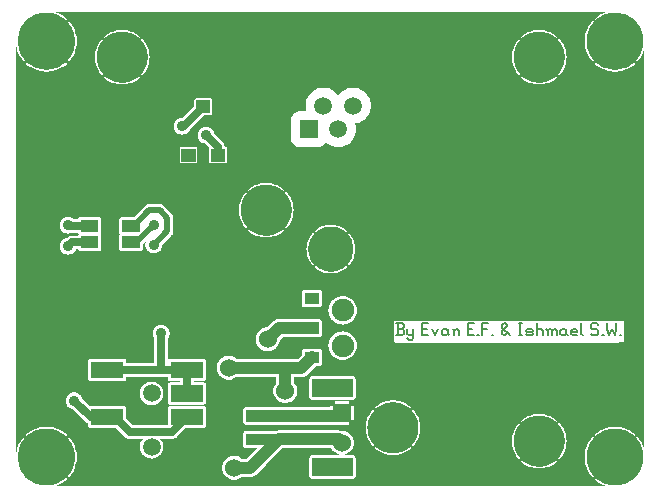
<source format=gtl>
G04 start of page 2 for group 0 idx 0 *
G04 Title: (unknown), top *
G04 Creator: pcb 20140316 *
G04 CreationDate: Wed 08 Apr 2015 09:09:57 AM GMT UTC *
G04 For: fosse *
G04 Format: Gerber/RS-274X *
G04 PCB-Dimensions (mil): 2290.00 1790.00 *
G04 PCB-Coordinate-Origin: lower left *
%MOIN*%
%FSLAX25Y25*%
%LNTOP*%
%ADD36C,0.0315*%
%ADD35C,0.0420*%
%ADD34C,0.0340*%
%ADD33C,0.0433*%
%ADD32C,0.1650*%
%ADD31C,0.1250*%
%ADD30C,0.0350*%
%ADD29C,0.1900*%
%ADD28C,0.1700*%
%ADD27C,0.1500*%
%ADD26C,0.0360*%
%ADD25R,0.0591X0.0591*%
%ADD24R,0.0394X0.0394*%
%ADD23R,0.0551X0.0551*%
%ADD22R,0.0433X0.0433*%
%ADD21R,0.0433X0.0433*%
%ADD20R,0.0390X0.0390*%
%ADD19R,0.0394X0.0394*%
%ADD18C,0.0600*%
%ADD17C,0.0750*%
%ADD16C,0.0591*%
%ADD15C,0.0060*%
%ADD14C,0.0200*%
%ADD13C,0.0250*%
%ADD12C,0.0400*%
%ADD11C,0.0001*%
G54D11*G36*
X210004Y167991D02*X210405D01*
X211211Y167923D01*
X211593Y167857D01*
X211750Y167700D01*
X212335D01*
X212791Y167581D01*
X213554Y167310D01*
X214290Y166976D01*
X214996Y166580D01*
X215666Y166126D01*
X216294Y165616D01*
X216331Y165587D01*
X216373Y165565D01*
X216392Y165558D01*
X217044Y164906D01*
X217057Y164869D01*
X217080Y164826D01*
X217109Y164788D01*
X217626Y164166D01*
X218080Y163496D01*
X218476Y162790D01*
X218810Y162054D01*
X219081Y161291D01*
X219285Y160508D01*
X219423Y159711D01*
X219491Y158905D01*
Y158095D01*
X219423Y157289D01*
X219285Y156492D01*
X219081Y155709D01*
X218810Y154946D01*
X218476Y154210D01*
X218080Y153504D01*
X217626Y152834D01*
X217116Y152206D01*
X217087Y152169D01*
X217065Y152127D01*
X217049Y152083D01*
X217041Y152036D01*
X217040Y151989D01*
X217047Y151942D01*
X217061Y151897D01*
X217081Y151855D01*
X217108Y151816D01*
X217141Y151782D01*
X217179Y151754D01*
X217221Y151731D01*
X217265Y151716D01*
X217312Y151708D01*
X217359Y151707D01*
X217406Y151714D01*
X217451Y151727D01*
X217493Y151748D01*
X217532Y151775D01*
X217565Y151809D01*
X218115Y152471D01*
X218598Y153184D01*
X219019Y153934D01*
X219375Y154719D01*
X219663Y155530D01*
X219750Y155863D01*
Y22537D01*
X219663Y22870D01*
X219375Y23681D01*
X219019Y24466D01*
X218598Y25216D01*
X218115Y25929D01*
X217572Y26597D01*
X217538Y26632D01*
X217498Y26659D01*
X217454Y26681D01*
X217408Y26695D01*
X217360Y26702D01*
X217311Y26701D01*
X217263Y26692D01*
X217217Y26677D01*
X217174Y26654D01*
X217136Y26625D01*
X217102Y26590D01*
X217074Y26550D01*
X217053Y26506D01*
X217038Y26460D01*
X217032Y26412D01*
X217033Y26363D01*
X217041Y26315D01*
X217057Y26269D01*
X217080Y26226D01*
X217109Y26188D01*
X217626Y25566D01*
X218080Y24896D01*
X218476Y24190D01*
X218810Y23454D01*
X219081Y22691D01*
X219285Y21908D01*
X219423Y21111D01*
X219491Y20305D01*
Y19495D01*
X219423Y18689D01*
X219285Y17892D01*
X219081Y17109D01*
X218810Y16346D01*
X218476Y15610D01*
X218080Y14904D01*
X217626Y14234D01*
X217116Y13606D01*
X217087Y13569D01*
X217065Y13527D01*
X217058Y13508D01*
X216406Y12856D01*
X216369Y12843D01*
X216326Y12820D01*
X216288Y12791D01*
X215666Y12274D01*
X214996Y11820D01*
X214290Y11424D01*
X213554Y11090D01*
X212791Y10819D01*
X212008Y10615D01*
X211211Y10477D01*
X210405Y10409D01*
X210004D01*
Y29391D01*
X210405D01*
X211211Y29323D01*
X212008Y29185D01*
X212791Y28981D01*
X213554Y28710D01*
X214290Y28376D01*
X214996Y27980D01*
X215666Y27526D01*
X216294Y27016D01*
X216331Y26987D01*
X216373Y26965D01*
X216417Y26949D01*
X216464Y26941D01*
X216511Y26940D01*
X216558Y26947D01*
X216603Y26961D01*
X216645Y26981D01*
X216684Y27008D01*
X216718Y27041D01*
X216746Y27079D01*
X216769Y27121D01*
X216784Y27165D01*
X216792Y27212D01*
X216793Y27259D01*
X216786Y27306D01*
X216773Y27351D01*
X216752Y27393D01*
X216725Y27432D01*
X216691Y27465D01*
X216029Y28015D01*
X215316Y28498D01*
X214566Y28919D01*
X213781Y29275D01*
X212970Y29563D01*
X212137Y29781D01*
X211288Y29927D01*
X210431Y30000D01*
X210004D01*
Y58075D01*
X212485Y58076D01*
X212577Y58098D01*
X212664Y58134D01*
X212744Y58183D01*
X212816Y58244D01*
X212878Y58316D01*
X212927Y58397D01*
X212963Y58484D01*
X212985Y58576D01*
X212991Y58670D01*
X212985Y64864D01*
X212963Y64956D01*
X212927Y65043D01*
X212878Y65124D01*
X212816Y65196D01*
X212744Y65257D01*
X212664Y65306D01*
X212577Y65342D01*
X212485Y65364D01*
X212391Y65370D01*
X210004Y65370D01*
Y148400D01*
X210431D01*
X211288Y148473D01*
X212137Y148619D01*
X212970Y148837D01*
X213781Y149125D01*
X214566Y149481D01*
X215316Y149902D01*
X216029Y150385D01*
X216697Y150928D01*
X216732Y150962D01*
X216759Y151002D01*
X216781Y151046D01*
X216795Y151092D01*
X216802Y151140D01*
X216801Y151189D01*
X216792Y151237D01*
X216777Y151283D01*
X216754Y151326D01*
X216725Y151364D01*
X216690Y151398D01*
X216650Y151426D01*
X216606Y151447D01*
X216560Y151462D01*
X216512Y151468D01*
X216463Y151467D01*
X216415Y151459D01*
X216369Y151443D01*
X216326Y151420D01*
X216288Y151391D01*
X215666Y150874D01*
X214996Y150420D01*
X214290Y150024D01*
X213554Y149690D01*
X212791Y149419D01*
X212008Y149215D01*
X211211Y149077D01*
X210405Y149009D01*
X210004D01*
Y167991D01*
G37*
G36*
Y10409D02*X209595D01*
X208789Y10477D01*
X207992Y10615D01*
X207209Y10819D01*
X206446Y11090D01*
X205710Y11424D01*
X205004Y11820D01*
X204334Y12274D01*
X203706Y12784D01*
X203669Y12813D01*
X203627Y12835D01*
X203583Y12851D01*
X203536Y12859D01*
X203489Y12860D01*
X203442Y12853D01*
X203397Y12839D01*
X203355Y12819D01*
X203316Y12792D01*
X203282Y12759D01*
X203254Y12721D01*
X203231Y12679D01*
X203216Y12635D01*
X203208Y12588D01*
X203207Y12541D01*
X203214Y12494D01*
X203227Y12449D01*
X203248Y12407D01*
X203275Y12368D01*
X203309Y12335D01*
X203971Y11785D01*
X204684Y11302D01*
X205434Y10881D01*
X206219Y10525D01*
X207030Y10237D01*
X207171Y10200D01*
X201434D01*
Y14536D01*
X201885Y13871D01*
X202428Y13203D01*
X202462Y13168D01*
X202502Y13141D01*
X202546Y13119D01*
X202592Y13105D01*
X202640Y13098D01*
X202689Y13099D01*
X202737Y13108D01*
X202783Y13123D01*
X202826Y13146D01*
X202864Y13175D01*
X202898Y13210D01*
X202926Y13250D01*
X202947Y13294D01*
X202962Y13340D01*
X202968Y13388D01*
X202967Y13437D01*
X202959Y13485D01*
X202943Y13531D01*
X202920Y13574D01*
X202891Y13612D01*
X202374Y14234D01*
X201920Y14904D01*
X201524Y15610D01*
X201434Y15808D01*
Y23992D01*
X201524Y24190D01*
X201920Y24896D01*
X202374Y25566D01*
X202884Y26194D01*
X202913Y26231D01*
X202935Y26273D01*
X202951Y26317D01*
X202959Y26364D01*
X202960Y26411D01*
X202953Y26458D01*
X202939Y26503D01*
X202919Y26545D01*
X202892Y26584D01*
X202859Y26618D01*
X202821Y26646D01*
X202779Y26669D01*
X202735Y26684D01*
X202688Y26692D01*
X202641Y26693D01*
X202594Y26686D01*
X202549Y26673D01*
X202507Y26652D01*
X202468Y26625D01*
X202435Y26591D01*
X201885Y25929D01*
X201434Y25264D01*
Y58075D01*
X210004Y58075D01*
Y30000D01*
X209569D01*
X208712Y29927D01*
X207863Y29781D01*
X207030Y29563D01*
X206219Y29275D01*
X205434Y28919D01*
X204684Y28498D01*
X203971Y28015D01*
X203303Y27472D01*
X203268Y27438D01*
X203241Y27398D01*
X203219Y27354D01*
X203205Y27308D01*
X203198Y27260D01*
X203199Y27211D01*
X203208Y27163D01*
X203223Y27117D01*
X203246Y27074D01*
X203275Y27036D01*
X203310Y27002D01*
X203350Y26974D01*
X203394Y26953D01*
X203440Y26938D01*
X203488Y26932D01*
X203537Y26933D01*
X203585Y26941D01*
X203631Y26957D01*
X203674Y26980D01*
X203712Y27009D01*
X204334Y27526D01*
X205004Y27980D01*
X205710Y28376D01*
X206446Y28710D01*
X207209Y28981D01*
X207992Y29185D01*
X208789Y29323D01*
X209595Y29391D01*
X210004D01*
Y10409D01*
G37*
G36*
X201434Y15808D02*X201190Y16346D01*
X200919Y17109D01*
X200715Y17892D01*
X200577Y18689D01*
X200509Y19495D01*
Y20305D01*
X200577Y21111D01*
X200715Y21908D01*
X200919Y22691D01*
X201190Y23454D01*
X201434Y23992D01*
Y15808D01*
G37*
G36*
X192466Y28753D02*X192709Y28183D01*
X192944Y27459D01*
X193114Y26716D01*
X193216Y25961D01*
X193250Y25200D01*
X193216Y24439D01*
X193114Y23684D01*
X192944Y22941D01*
X192709Y22217D01*
X192466Y21647D01*
Y28753D01*
G37*
G36*
X201434Y10200D02*X192466D01*
Y20371D01*
X192573Y20533D01*
X192959Y21252D01*
X193280Y22003D01*
X193532Y22779D01*
X193713Y23575D01*
X193823Y24384D01*
X193859Y25200D01*
X193823Y26016D01*
X193713Y26825D01*
X193532Y27621D01*
X193280Y28397D01*
X192959Y29148D01*
X192573Y29867D01*
X192466Y30029D01*
Y58074D01*
X201434Y58075D01*
Y25264D01*
X201402Y25216D01*
X200981Y24466D01*
X200625Y23681D01*
X200337Y22870D01*
X200119Y22037D01*
X199973Y21188D01*
X199900Y20331D01*
Y19469D01*
X199973Y18612D01*
X200119Y17763D01*
X200337Y16930D01*
X200625Y16119D01*
X200981Y15334D01*
X201402Y14584D01*
X201434Y14536D01*
Y10200D01*
G37*
G36*
X192466D02*X184754D01*
Y16091D01*
X185566Y16127D01*
X186375Y16237D01*
X187171Y16418D01*
X187947Y16670D01*
X188698Y16991D01*
X189417Y17377D01*
X190099Y17827D01*
X190737Y18335D01*
X190772Y18369D01*
X190800Y18409D01*
X190821Y18453D01*
X190836Y18499D01*
X190843Y18547D01*
X190842Y18595D01*
X190834Y18643D01*
X190819Y18689D01*
X190796Y18732D01*
X190767Y18771D01*
X190733Y18805D01*
X190693Y18834D01*
X190650Y18855D01*
X190603Y18870D01*
X190555Y18877D01*
X190507Y18876D01*
X190459Y18868D01*
X190413Y18853D01*
X190370Y18830D01*
X190331Y18801D01*
X189741Y18320D01*
X189105Y17900D01*
X188434Y17540D01*
X187733Y17241D01*
X187009Y17006D01*
X186266Y16836D01*
X185511Y16734D01*
X184754Y16700D01*
Y33700D01*
X185511Y33666D01*
X186266Y33564D01*
X187009Y33394D01*
X187733Y33159D01*
X188434Y32860D01*
X189105Y32500D01*
X189741Y32080D01*
X190337Y31606D01*
X190374Y31577D01*
X190416Y31555D01*
X190461Y31540D01*
X190507Y31532D01*
X190555Y31532D01*
X190601Y31539D01*
X190646Y31553D01*
X190689Y31574D01*
X190727Y31601D01*
X190761Y31634D01*
X190789Y31672D01*
X190811Y31714D01*
X190826Y31759D01*
X190834Y31805D01*
X190834Y31853D01*
X190827Y31899D01*
X190813Y31944D01*
X190792Y31987D01*
X190765Y32025D01*
X190731Y32058D01*
X190099Y32573D01*
X189417Y33023D01*
X188698Y33409D01*
X187947Y33730D01*
X187171Y33982D01*
X186375Y34163D01*
X185566Y34273D01*
X184754Y34309D01*
Y58074D01*
X192466Y58074D01*
Y30029D01*
X192123Y30549D01*
X191615Y31187D01*
X191581Y31222D01*
X191541Y31250D01*
X191497Y31271D01*
X191451Y31286D01*
X191403Y31293D01*
X191355Y31292D01*
X191307Y31284D01*
X191261Y31269D01*
X191218Y31246D01*
X191179Y31217D01*
X191145Y31183D01*
X191116Y31143D01*
X191095Y31100D01*
X191080Y31053D01*
X191073Y31005D01*
X191074Y30957D01*
X191082Y30909D01*
X191097Y30863D01*
X191120Y30820D01*
X191149Y30781D01*
X191630Y30191D01*
X192050Y29555D01*
X192410Y28884D01*
X192466Y28753D01*
Y21647D01*
X192410Y21516D01*
X192050Y20845D01*
X191630Y20209D01*
X191156Y19613D01*
X191127Y19576D01*
X191105Y19534D01*
X191090Y19489D01*
X191082Y19443D01*
X191082Y19395D01*
X191089Y19349D01*
X191103Y19304D01*
X191124Y19261D01*
X191151Y19223D01*
X191184Y19189D01*
X191222Y19161D01*
X191264Y19139D01*
X191309Y19124D01*
X191355Y19116D01*
X191403Y19116D01*
X191449Y19123D01*
X191494Y19137D01*
X191537Y19158D01*
X191575Y19185D01*
X191608Y19219D01*
X192123Y19851D01*
X192466Y20371D01*
Y10200D01*
G37*
G36*
X184754D02*X177034D01*
Y20371D01*
X177377Y19851D01*
X177885Y19213D01*
X177919Y19178D01*
X177959Y19150D01*
X178003Y19129D01*
X178049Y19114D01*
X178097Y19107D01*
X178145Y19108D01*
X178193Y19116D01*
X178239Y19131D01*
X178282Y19154D01*
X178321Y19183D01*
X178355Y19217D01*
X178384Y19257D01*
X178405Y19300D01*
X178420Y19347D01*
X178427Y19395D01*
X178426Y19443D01*
X178418Y19491D01*
X178403Y19537D01*
X178380Y19580D01*
X178351Y19619D01*
X177870Y20209D01*
X177450Y20845D01*
X177090Y21516D01*
X177034Y21647D01*
Y28753D01*
X177090Y28884D01*
X177450Y29555D01*
X177870Y30191D01*
X178344Y30787D01*
X178373Y30824D01*
X178395Y30866D01*
X178410Y30911D01*
X178418Y30957D01*
X178418Y31005D01*
X178411Y31051D01*
X178397Y31096D01*
X178376Y31139D01*
X178349Y31177D01*
X178316Y31211D01*
X178278Y31239D01*
X178236Y31261D01*
X178191Y31276D01*
X178145Y31284D01*
X178097Y31284D01*
X178051Y31277D01*
X178006Y31263D01*
X177963Y31242D01*
X177925Y31215D01*
X177892Y31181D01*
X177377Y30549D01*
X177034Y30029D01*
Y58073D01*
X184754Y58074D01*
Y34309D01*
X184750Y34309D01*
X183934Y34273D01*
X183125Y34163D01*
X182329Y33982D01*
X181553Y33730D01*
X180802Y33409D01*
X180083Y33023D01*
X179401Y32573D01*
X178763Y32065D01*
X178728Y32031D01*
X178700Y31991D01*
X178679Y31947D01*
X178664Y31901D01*
X178657Y31853D01*
X178658Y31805D01*
X178666Y31757D01*
X178681Y31711D01*
X178704Y31668D01*
X178733Y31629D01*
X178767Y31595D01*
X178807Y31566D01*
X178850Y31545D01*
X178897Y31530D01*
X178945Y31523D01*
X178993Y31524D01*
X179041Y31532D01*
X179087Y31547D01*
X179130Y31570D01*
X179169Y31599D01*
X179759Y32080D01*
X180395Y32500D01*
X181066Y32860D01*
X181767Y33159D01*
X182491Y33394D01*
X183234Y33564D01*
X183989Y33666D01*
X184750Y33700D01*
X184754Y33700D01*
Y16700D01*
X184750Y16700D01*
X183989Y16734D01*
X183234Y16836D01*
X182491Y17006D01*
X181767Y17241D01*
X181066Y17540D01*
X180395Y17900D01*
X179759Y18320D01*
X179163Y18794D01*
X179126Y18823D01*
X179084Y18845D01*
X179039Y18860D01*
X178993Y18868D01*
X178945Y18868D01*
X178899Y18861D01*
X178854Y18847D01*
X178811Y18826D01*
X178773Y18799D01*
X178739Y18766D01*
X178711Y18728D01*
X178689Y18686D01*
X178674Y18641D01*
X178666Y18595D01*
X178666Y18547D01*
X178673Y18501D01*
X178687Y18456D01*
X178708Y18413D01*
X178735Y18375D01*
X178769Y18342D01*
X179401Y17827D01*
X180083Y17377D01*
X180802Y16991D01*
X181553Y16670D01*
X182329Y16418D01*
X183125Y16237D01*
X183934Y16127D01*
X184750Y16091D01*
X184754Y16091D01*
Y10200D01*
G37*
G36*
X177034Y21647D02*X176791Y22217D01*
X176556Y22941D01*
X176386Y23684D01*
X176284Y24439D01*
X176250Y25200D01*
X176284Y25961D01*
X176386Y26716D01*
X176556Y27459D01*
X176791Y28183D01*
X177034Y28753D01*
Y21647D01*
G37*
G36*
Y10200D02*X174591D01*
Y58073D01*
X177034Y58073D01*
Y30029D01*
X176927Y29867D01*
X176541Y29148D01*
X176220Y28397D01*
X175968Y27621D01*
X175787Y26825D01*
X175677Y26016D01*
X175641Y25200D01*
X175677Y24384D01*
X175787Y23575D01*
X175968Y22779D01*
X176220Y22003D01*
X176541Y21252D01*
X176927Y20533D01*
X177034Y20371D01*
Y10200D01*
G37*
G36*
X201434Y168200D02*X207171D01*
X207030Y168163D01*
X206219Y167875D01*
X205434Y167519D01*
X204684Y167098D01*
X203971Y166615D01*
X203303Y166072D01*
X203268Y166038D01*
X203241Y165998D01*
X203219Y165954D01*
X203205Y165908D01*
X203198Y165860D01*
X203199Y165811D01*
X203208Y165763D01*
X203223Y165717D01*
X203246Y165674D01*
X203275Y165636D01*
X203310Y165602D01*
X203350Y165574D01*
X203394Y165553D01*
X203440Y165538D01*
X203488Y165532D01*
X203537Y165533D01*
X203585Y165541D01*
X203631Y165557D01*
X203674Y165580D01*
X203712Y165609D01*
X204334Y166126D01*
X205004Y166580D01*
X205710Y166976D01*
X206446Y167310D01*
X207209Y167581D01*
X207992Y167785D01*
X208789Y167923D01*
X209595Y167991D01*
X210004D01*
Y149009D01*
X209595D01*
X208789Y149077D01*
X207992Y149215D01*
X207209Y149419D01*
X206446Y149690D01*
X205710Y150024D01*
X205004Y150420D01*
X204334Y150874D01*
X203706Y151384D01*
X203669Y151413D01*
X203627Y151435D01*
X203583Y151451D01*
X203536Y151459D01*
X203489Y151460D01*
X203442Y151453D01*
X203397Y151439D01*
X203355Y151419D01*
X203316Y151392D01*
X203282Y151359D01*
X203254Y151321D01*
X203231Y151279D01*
X203216Y151235D01*
X203208Y151188D01*
X203207Y151141D01*
X203214Y151094D01*
X203227Y151049D01*
X203248Y151007D01*
X203275Y150968D01*
X203309Y150935D01*
X203971Y150385D01*
X204684Y149902D01*
X205434Y149481D01*
X206219Y149125D01*
X207030Y148837D01*
X207863Y148619D01*
X208712Y148473D01*
X209569Y148400D01*
X210004D01*
Y65370D01*
X201434Y65369D01*
Y153136D01*
X201885Y152471D01*
X202428Y151803D01*
X202462Y151768D01*
X202502Y151741D01*
X202546Y151719D01*
X202592Y151705D01*
X202640Y151698D01*
X202689Y151699D01*
X202737Y151708D01*
X202783Y151723D01*
X202826Y151746D01*
X202864Y151775D01*
X202898Y151810D01*
X202926Y151850D01*
X202947Y151894D01*
X202962Y151940D01*
X202968Y151988D01*
X202967Y152037D01*
X202959Y152085D01*
X202943Y152131D01*
X202920Y152174D01*
X202891Y152212D01*
X202374Y152834D01*
X201920Y153504D01*
X201524Y154210D01*
X201434Y154408D01*
Y162592D01*
X201524Y162790D01*
X201920Y163496D01*
X202374Y164166D01*
X202884Y164794D01*
X202913Y164831D01*
X202935Y164873D01*
X202951Y164917D01*
X202959Y164964D01*
X202960Y165011D01*
X202953Y165058D01*
X202939Y165103D01*
X202919Y165145D01*
X202892Y165184D01*
X202859Y165218D01*
X202821Y165246D01*
X202779Y165269D01*
X202735Y165284D01*
X202688Y165292D01*
X202641Y165293D01*
X202594Y165286D01*
X202549Y165273D01*
X202507Y165252D01*
X202468Y165225D01*
X202435Y165191D01*
X201885Y164529D01*
X201434Y163864D01*
Y168200D01*
G37*
G36*
Y154408D02*X201190Y154946D01*
X200919Y155709D01*
X200715Y156492D01*
X200577Y157289D01*
X200509Y158095D01*
Y158905D01*
X200577Y159711D01*
X200715Y160508D01*
X200919Y161291D01*
X201190Y162054D01*
X201434Y162592D01*
Y154408D01*
G37*
G36*
X192466Y156753D02*X192709Y156183D01*
X192944Y155459D01*
X193114Y154716D01*
X193216Y153961D01*
X193250Y153200D01*
X193216Y152439D01*
X193114Y151684D01*
X192944Y150941D01*
X192709Y150217D01*
X192466Y149647D01*
Y156753D01*
G37*
G36*
Y168200D02*X201434D01*
Y163864D01*
X201402Y163816D01*
X200981Y163066D01*
X200625Y162281D01*
X200337Y161470D01*
X200119Y160637D01*
X199973Y159788D01*
X199900Y158931D01*
Y158069D01*
X199973Y157212D01*
X200119Y156363D01*
X200337Y155530D01*
X200625Y154719D01*
X200981Y153934D01*
X201402Y153184D01*
X201434Y153136D01*
Y65369D01*
X192466Y65369D01*
Y148371D01*
X192573Y148533D01*
X192959Y149252D01*
X193280Y150003D01*
X193532Y150779D01*
X193713Y151575D01*
X193823Y152384D01*
X193859Y153200D01*
X193823Y154016D01*
X193713Y154825D01*
X193532Y155621D01*
X193280Y156397D01*
X192959Y157148D01*
X192573Y157867D01*
X192466Y158029D01*
Y168200D01*
G37*
G36*
X184754D02*X192466D01*
Y158029D01*
X192123Y158549D01*
X191615Y159187D01*
X191581Y159222D01*
X191541Y159250D01*
X191497Y159271D01*
X191451Y159286D01*
X191403Y159293D01*
X191355Y159292D01*
X191307Y159284D01*
X191261Y159269D01*
X191218Y159246D01*
X191179Y159217D01*
X191145Y159183D01*
X191116Y159143D01*
X191095Y159100D01*
X191080Y159053D01*
X191073Y159005D01*
X191074Y158957D01*
X191082Y158909D01*
X191097Y158863D01*
X191120Y158820D01*
X191149Y158781D01*
X191630Y158191D01*
X192050Y157555D01*
X192410Y156884D01*
X192466Y156753D01*
Y149647D01*
X192410Y149516D01*
X192050Y148845D01*
X191630Y148209D01*
X191156Y147613D01*
X191127Y147576D01*
X191105Y147534D01*
X191090Y147489D01*
X191082Y147443D01*
X191082Y147395D01*
X191089Y147349D01*
X191103Y147304D01*
X191124Y147261D01*
X191151Y147223D01*
X191184Y147189D01*
X191222Y147161D01*
X191264Y147139D01*
X191309Y147124D01*
X191355Y147116D01*
X191403Y147116D01*
X191449Y147123D01*
X191494Y147137D01*
X191537Y147158D01*
X191575Y147185D01*
X191608Y147219D01*
X192123Y147851D01*
X192466Y148371D01*
Y65369D01*
X184754Y65368D01*
Y144091D01*
X185566Y144127D01*
X186375Y144237D01*
X187171Y144418D01*
X187947Y144670D01*
X188698Y144991D01*
X189417Y145377D01*
X190099Y145827D01*
X190737Y146335D01*
X190772Y146369D01*
X190800Y146409D01*
X190821Y146453D01*
X190836Y146499D01*
X190843Y146547D01*
X190842Y146595D01*
X190834Y146643D01*
X190819Y146689D01*
X190796Y146732D01*
X190767Y146771D01*
X190733Y146805D01*
X190693Y146834D01*
X190650Y146855D01*
X190603Y146870D01*
X190555Y146877D01*
X190507Y146876D01*
X190459Y146868D01*
X190413Y146853D01*
X190370Y146830D01*
X190331Y146801D01*
X189741Y146320D01*
X189105Y145900D01*
X188434Y145540D01*
X187733Y145241D01*
X187009Y145006D01*
X186266Y144836D01*
X185511Y144734D01*
X184754Y144700D01*
Y161700D01*
X185511Y161666D01*
X186266Y161564D01*
X187009Y161394D01*
X187733Y161159D01*
X188434Y160860D01*
X189105Y160500D01*
X189741Y160080D01*
X190337Y159606D01*
X190374Y159577D01*
X190416Y159555D01*
X190461Y159540D01*
X190507Y159532D01*
X190555Y159532D01*
X190601Y159539D01*
X190646Y159553D01*
X190689Y159574D01*
X190727Y159601D01*
X190761Y159634D01*
X190789Y159672D01*
X190811Y159714D01*
X190826Y159759D01*
X190834Y159805D01*
X190834Y159853D01*
X190827Y159899D01*
X190813Y159944D01*
X190792Y159987D01*
X190765Y160025D01*
X190731Y160058D01*
X190099Y160573D01*
X189417Y161023D01*
X188698Y161409D01*
X187947Y161730D01*
X187171Y161982D01*
X186375Y162163D01*
X185566Y162273D01*
X184754Y162309D01*
Y168200D01*
G37*
G36*
X177034D02*X184754D01*
Y162309D01*
X184750Y162309D01*
X183934Y162273D01*
X183125Y162163D01*
X182329Y161982D01*
X181553Y161730D01*
X180802Y161409D01*
X180083Y161023D01*
X179401Y160573D01*
X178763Y160065D01*
X178728Y160031D01*
X178700Y159991D01*
X178679Y159947D01*
X178664Y159901D01*
X178657Y159853D01*
X178658Y159805D01*
X178666Y159757D01*
X178681Y159711D01*
X178704Y159668D01*
X178733Y159629D01*
X178767Y159595D01*
X178807Y159566D01*
X178850Y159545D01*
X178897Y159530D01*
X178945Y159523D01*
X178993Y159524D01*
X179041Y159532D01*
X179087Y159547D01*
X179130Y159570D01*
X179169Y159599D01*
X179759Y160080D01*
X180395Y160500D01*
X181066Y160860D01*
X181767Y161159D01*
X182491Y161394D01*
X183234Y161564D01*
X183989Y161666D01*
X184750Y161700D01*
X184754Y161700D01*
Y144700D01*
X184750Y144700D01*
X183989Y144734D01*
X183234Y144836D01*
X182491Y145006D01*
X181767Y145241D01*
X181066Y145540D01*
X180395Y145900D01*
X179759Y146320D01*
X179163Y146794D01*
X179126Y146823D01*
X179084Y146845D01*
X179039Y146860D01*
X178993Y146868D01*
X178945Y146868D01*
X178899Y146861D01*
X178854Y146847D01*
X178811Y146826D01*
X178773Y146799D01*
X178739Y146766D01*
X178711Y146728D01*
X178689Y146686D01*
X178674Y146641D01*
X178666Y146595D01*
X178666Y146547D01*
X178673Y146501D01*
X178687Y146456D01*
X178708Y146413D01*
X178735Y146375D01*
X178769Y146342D01*
X179401Y145827D01*
X180083Y145377D01*
X180802Y144991D01*
X181553Y144670D01*
X182329Y144418D01*
X183125Y144237D01*
X183934Y144127D01*
X184750Y144091D01*
X184754Y144091D01*
Y65368D01*
X177034Y65367D01*
Y148371D01*
X177377Y147851D01*
X177885Y147213D01*
X177919Y147178D01*
X177959Y147150D01*
X178003Y147129D01*
X178049Y147114D01*
X178097Y147107D01*
X178145Y147108D01*
X178193Y147116D01*
X178239Y147131D01*
X178282Y147154D01*
X178321Y147183D01*
X178355Y147217D01*
X178384Y147257D01*
X178405Y147300D01*
X178420Y147347D01*
X178427Y147395D01*
X178426Y147443D01*
X178418Y147491D01*
X178403Y147537D01*
X178380Y147580D01*
X178351Y147619D01*
X177870Y148209D01*
X177450Y148845D01*
X177090Y149516D01*
X177034Y149647D01*
Y156753D01*
X177090Y156884D01*
X177450Y157555D01*
X177870Y158191D01*
X178344Y158787D01*
X178373Y158824D01*
X178395Y158866D01*
X178410Y158911D01*
X178418Y158957D01*
X178418Y159005D01*
X178411Y159051D01*
X178397Y159096D01*
X178376Y159139D01*
X178349Y159177D01*
X178316Y159211D01*
X178278Y159239D01*
X178236Y159261D01*
X178191Y159276D01*
X178145Y159284D01*
X178097Y159284D01*
X178051Y159277D01*
X178006Y159263D01*
X177963Y159242D01*
X177925Y159215D01*
X177892Y159181D01*
X177377Y158549D01*
X177034Y158029D01*
Y168200D01*
G37*
G36*
Y149647D02*X176791Y150217D01*
X176556Y150941D01*
X176386Y151684D01*
X176284Y152439D01*
X176250Y153200D01*
X176284Y153961D01*
X176386Y154716D01*
X176556Y155459D01*
X176791Y156183D01*
X177034Y156753D01*
Y149647D01*
G37*
G36*
X174591Y168200D02*X177034D01*
Y158029D01*
X176927Y157867D01*
X176541Y157148D01*
X176220Y156397D01*
X175968Y155621D01*
X175787Y154825D01*
X175677Y154016D01*
X175641Y153200D01*
X175677Y152384D01*
X175787Y151575D01*
X175968Y150779D01*
X176220Y150003D01*
X176541Y149252D01*
X176927Y148533D01*
X177034Y148371D01*
Y65367D01*
X174591Y65367D01*
Y168200D01*
G37*
G36*
X122112Y92211D02*X122284Y91802D01*
X122487Y91169D01*
X122633Y90521D01*
X122721Y89863D01*
X122750Y89200D01*
X122721Y88537D01*
X122633Y87879D01*
X122487Y87231D01*
X122284Y86598D01*
X122112Y86189D01*
Y92211D01*
G37*
G36*
X143716Y33253D02*X143959Y32683D01*
X144194Y31959D01*
X144364Y31216D01*
X144466Y30461D01*
X144500Y29700D01*
X144466Y28939D01*
X144364Y28184D01*
X144194Y27441D01*
X143959Y26717D01*
X143716Y26147D01*
Y33253D01*
G37*
G36*
Y58071D02*X174591Y58073D01*
Y10200D01*
X143716D01*
Y24871D01*
X143823Y25033D01*
X144209Y25752D01*
X144530Y26503D01*
X144782Y27279D01*
X144963Y28075D01*
X145073Y28884D01*
X145109Y29700D01*
X145073Y30516D01*
X144963Y31325D01*
X144782Y32121D01*
X144530Y32897D01*
X144209Y33648D01*
X143823Y34367D01*
X143716Y34529D01*
Y58071D01*
G37*
G36*
Y168200D02*X174591D01*
Y65367D01*
X143716Y65365D01*
Y168200D01*
G37*
G36*
X136004D02*X143716D01*
Y65365D01*
X136696Y65364D01*
X136605Y65342D01*
X136517Y65306D01*
X136437Y65257D01*
X136365Y65196D01*
X136304Y65124D01*
X136254Y65043D01*
X136218Y64956D01*
X136196Y64864D01*
X136191Y64770D01*
X136196Y58576D01*
X136218Y58484D01*
X136254Y58397D01*
X136304Y58316D01*
X136365Y58244D01*
X136437Y58183D01*
X136517Y58134D01*
X136605Y58098D01*
X136696Y58076D01*
X136791Y58070D01*
X143716Y58071D01*
Y34529D01*
X143373Y35049D01*
X142865Y35687D01*
X142831Y35722D01*
X142791Y35750D01*
X142747Y35771D01*
X142701Y35786D01*
X142653Y35793D01*
X142605Y35792D01*
X142557Y35784D01*
X142511Y35769D01*
X142468Y35746D01*
X142429Y35717D01*
X142395Y35683D01*
X142366Y35643D01*
X142345Y35600D01*
X142330Y35553D01*
X142323Y35505D01*
X142324Y35457D01*
X142332Y35409D01*
X142347Y35363D01*
X142370Y35320D01*
X142399Y35281D01*
X142880Y34691D01*
X143300Y34055D01*
X143660Y33384D01*
X143716Y33253D01*
Y26147D01*
X143660Y26016D01*
X143300Y25345D01*
X142880Y24709D01*
X142406Y24113D01*
X142377Y24076D01*
X142355Y24034D01*
X142340Y23989D01*
X142332Y23943D01*
X142332Y23895D01*
X142339Y23849D01*
X142353Y23804D01*
X142374Y23761D01*
X142401Y23723D01*
X142434Y23689D01*
X142472Y23661D01*
X142514Y23639D01*
X142559Y23624D01*
X142605Y23616D01*
X142653Y23616D01*
X142699Y23623D01*
X142744Y23637D01*
X142787Y23658D01*
X142825Y23685D01*
X142858Y23719D01*
X143373Y24351D01*
X143716Y24871D01*
Y10200D01*
X136004D01*
Y20591D01*
X136816Y20627D01*
X137625Y20737D01*
X138421Y20918D01*
X139197Y21170D01*
X139948Y21491D01*
X140667Y21877D01*
X141349Y22327D01*
X141987Y22835D01*
X142022Y22869D01*
X142050Y22909D01*
X142071Y22953D01*
X142086Y22999D01*
X142093Y23047D01*
X142092Y23095D01*
X142084Y23143D01*
X142069Y23189D01*
X142046Y23232D01*
X142017Y23271D01*
X141983Y23305D01*
X141943Y23334D01*
X141900Y23355D01*
X141853Y23370D01*
X141805Y23377D01*
X141757Y23376D01*
X141709Y23368D01*
X141663Y23353D01*
X141620Y23330D01*
X141581Y23301D01*
X140991Y22820D01*
X140355Y22400D01*
X139684Y22040D01*
X138983Y21741D01*
X138259Y21506D01*
X137516Y21336D01*
X136761Y21234D01*
X136004Y21200D01*
Y38200D01*
X136761Y38166D01*
X137516Y38064D01*
X138259Y37894D01*
X138983Y37659D01*
X139684Y37360D01*
X140355Y37000D01*
X140991Y36580D01*
X141587Y36106D01*
X141624Y36077D01*
X141666Y36055D01*
X141711Y36040D01*
X141757Y36032D01*
X141805Y36032D01*
X141851Y36039D01*
X141896Y36053D01*
X141939Y36074D01*
X141977Y36101D01*
X142011Y36134D01*
X142039Y36172D01*
X142061Y36214D01*
X142076Y36259D01*
X142084Y36305D01*
X142084Y36353D01*
X142077Y36399D01*
X142063Y36444D01*
X142042Y36487D01*
X142015Y36525D01*
X141981Y36558D01*
X141349Y37073D01*
X140667Y37523D01*
X139948Y37909D01*
X139197Y38230D01*
X138421Y38482D01*
X137625Y38663D01*
X136816Y38773D01*
X136004Y38809D01*
Y168200D01*
G37*
G36*
X128284D02*X136004D01*
Y38809D01*
X136000Y38809D01*
X135184Y38773D01*
X134375Y38663D01*
X133579Y38482D01*
X132803Y38230D01*
X132052Y37909D01*
X131333Y37523D01*
X130651Y37073D01*
X130013Y36565D01*
X129978Y36531D01*
X129950Y36491D01*
X129929Y36447D01*
X129914Y36401D01*
X129907Y36353D01*
X129908Y36305D01*
X129916Y36257D01*
X129931Y36211D01*
X129954Y36168D01*
X129983Y36129D01*
X130017Y36095D01*
X130057Y36066D01*
X130100Y36045D01*
X130147Y36030D01*
X130195Y36023D01*
X130243Y36024D01*
X130291Y36032D01*
X130337Y36047D01*
X130380Y36070D01*
X130419Y36099D01*
X131009Y36580D01*
X131645Y37000D01*
X132316Y37360D01*
X133017Y37659D01*
X133741Y37894D01*
X134484Y38064D01*
X135239Y38166D01*
X136000Y38200D01*
X136004Y38200D01*
Y21200D01*
X136000Y21200D01*
X135239Y21234D01*
X134484Y21336D01*
X133741Y21506D01*
X133017Y21741D01*
X132316Y22040D01*
X131645Y22400D01*
X131009Y22820D01*
X130413Y23294D01*
X130376Y23323D01*
X130334Y23345D01*
X130289Y23360D01*
X130243Y23368D01*
X130195Y23368D01*
X130149Y23361D01*
X130104Y23347D01*
X130061Y23326D01*
X130023Y23299D01*
X129989Y23266D01*
X129961Y23228D01*
X129939Y23186D01*
X129924Y23141D01*
X129916Y23095D01*
X129916Y23047D01*
X129923Y23001D01*
X129937Y22956D01*
X129958Y22913D01*
X129985Y22875D01*
X130019Y22842D01*
X130651Y22327D01*
X131333Y21877D01*
X132052Y21491D01*
X132803Y21170D01*
X133579Y20918D01*
X134375Y20737D01*
X135184Y20627D01*
X136000Y20591D01*
X136004Y20591D01*
Y10200D01*
X128284D01*
Y24871D01*
X128627Y24351D01*
X129135Y23713D01*
X129169Y23678D01*
X129209Y23650D01*
X129253Y23629D01*
X129299Y23614D01*
X129347Y23607D01*
X129395Y23608D01*
X129443Y23616D01*
X129489Y23631D01*
X129532Y23654D01*
X129571Y23683D01*
X129605Y23717D01*
X129634Y23757D01*
X129655Y23800D01*
X129670Y23847D01*
X129677Y23895D01*
X129676Y23943D01*
X129668Y23991D01*
X129653Y24037D01*
X129630Y24080D01*
X129601Y24119D01*
X129120Y24709D01*
X128700Y25345D01*
X128340Y26016D01*
X128284Y26147D01*
Y33253D01*
X128340Y33384D01*
X128700Y34055D01*
X129120Y34691D01*
X129594Y35287D01*
X129623Y35324D01*
X129645Y35366D01*
X129660Y35411D01*
X129668Y35457D01*
X129668Y35505D01*
X129661Y35551D01*
X129647Y35596D01*
X129626Y35639D01*
X129599Y35677D01*
X129566Y35711D01*
X129528Y35739D01*
X129486Y35761D01*
X129441Y35776D01*
X129395Y35784D01*
X129347Y35784D01*
X129301Y35777D01*
X129256Y35763D01*
X129213Y35742D01*
X129175Y35715D01*
X129142Y35681D01*
X128627Y35049D01*
X128284Y34529D01*
Y135069D01*
X128350Y135229D01*
X128569Y136140D01*
X128624Y137074D01*
X128569Y138008D01*
X128350Y138919D01*
X128284Y139079D01*
Y168200D01*
G37*
G36*
Y26147D02*X128041Y26717D01*
X127806Y27441D01*
X127636Y28184D01*
X127534Y28939D01*
X127500Y29700D01*
X127534Y30461D01*
X127636Y31216D01*
X127806Y31959D01*
X128041Y32683D01*
X128284Y33253D01*
Y26147D01*
G37*
G36*
Y10200D02*X122112D01*
Y12567D01*
X122687Y12568D01*
X122840Y12604D01*
X122985Y12665D01*
X123120Y12747D01*
X123239Y12849D01*
X123341Y12969D01*
X123424Y13103D01*
X123484Y13248D01*
X123521Y13401D01*
X123530Y13558D01*
X123521Y19621D01*
X123484Y19774D01*
X123424Y19919D01*
X123341Y20053D01*
X123239Y20173D01*
X123120Y20275D01*
X122985Y20358D01*
X122840Y20418D01*
X122687Y20455D01*
X122530Y20464D01*
X122112Y20463D01*
Y22184D01*
X122246Y22342D01*
X122575Y22878D01*
X122816Y23460D01*
X122963Y24072D01*
X123000Y24700D01*
X122963Y25328D01*
X122816Y25940D01*
X122575Y26522D01*
X122246Y27058D01*
X122112Y27216D01*
Y32385D01*
X122145Y32345D01*
X122205Y32294D01*
X122272Y32253D01*
X122345Y32223D01*
X122422Y32205D01*
X122500Y32198D01*
X122578Y32205D01*
X122655Y32223D01*
X122728Y32253D01*
X122795Y32294D01*
X122855Y32345D01*
X122906Y32405D01*
X122947Y32472D01*
X122977Y32545D01*
X122995Y32622D01*
X123000Y32700D01*
Y36700D01*
X122995Y36778D01*
X122977Y36855D01*
X122947Y36928D01*
X122906Y36995D01*
X122855Y37055D01*
X122795Y37106D01*
X122728Y37147D01*
X122655Y37177D01*
X122578Y37195D01*
X122500Y37202D01*
X122422Y37195D01*
X122345Y37177D01*
X122272Y37147D01*
X122205Y37106D01*
X122145Y37055D01*
X122112Y37015D01*
Y38945D01*
X122687Y38945D01*
X122840Y38982D01*
X122985Y39042D01*
X123120Y39125D01*
X123239Y39227D01*
X123341Y39347D01*
X123424Y39481D01*
X123484Y39626D01*
X123521Y39779D01*
X123530Y39936D01*
X123521Y45999D01*
X123484Y46152D01*
X123424Y46297D01*
X123341Y46431D01*
X123239Y46551D01*
X123120Y46653D01*
X122985Y46735D01*
X122840Y46796D01*
X122687Y46832D01*
X122530Y46842D01*
X122112Y46841D01*
Y53198D01*
X122619Y53631D01*
X123105Y54199D01*
X123495Y54837D01*
X123781Y55528D01*
X123956Y56255D01*
X124000Y57000D01*
X123956Y57745D01*
X123781Y58472D01*
X123495Y59163D01*
X123105Y59801D01*
X122619Y60369D01*
X122112Y60802D01*
Y64998D01*
X122619Y65431D01*
X123105Y65999D01*
X123495Y66637D01*
X123781Y67328D01*
X123956Y68055D01*
X124000Y68800D01*
X123956Y69545D01*
X123781Y70272D01*
X123495Y70963D01*
X123105Y71601D01*
X122619Y72169D01*
X122112Y72602D01*
Y84894D01*
X122240Y85092D01*
X122576Y85726D01*
X122855Y86388D01*
X123073Y87071D01*
X123231Y87771D01*
X123326Y88483D01*
X123358Y89200D01*
X123326Y89917D01*
X123231Y90629D01*
X123073Y91329D01*
X122855Y92012D01*
X122576Y92674D01*
X122240Y93308D01*
X122112Y93506D01*
Y125141D01*
X122581Y125690D01*
X123071Y126489D01*
X123429Y127355D01*
X123648Y128266D01*
X123703Y129200D01*
X123648Y130134D01*
X123429Y131045D01*
X123382Y131159D01*
X123605Y131176D01*
X124516Y131395D01*
X125382Y131753D01*
X126181Y132243D01*
X126893Y132852D01*
X127502Y133564D01*
X127992Y134363D01*
X128284Y135069D01*
Y34529D01*
X128177Y34367D01*
X127791Y33648D01*
X127470Y32897D01*
X127218Y32121D01*
X127037Y31325D01*
X126927Y30516D01*
X126891Y29700D01*
X126927Y28884D01*
X127037Y28075D01*
X127218Y27279D01*
X127470Y26503D01*
X127791Y25752D01*
X128177Y25033D01*
X128284Y24871D01*
Y10200D01*
G37*
G36*
X122112Y168200D02*X128284D01*
Y139079D01*
X127992Y139785D01*
X127502Y140584D01*
X126893Y141296D01*
X126181Y141905D01*
X125382Y142395D01*
X124516Y142753D01*
X123605Y142972D01*
X122671Y143045D01*
X122112Y143001D01*
Y168200D01*
G37*
G36*
Y72602D02*X122051Y72655D01*
X121413Y73045D01*
X120722Y73331D01*
X119995Y73506D01*
X119250Y73565D01*
X118505Y73506D01*
X117778Y73331D01*
X117087Y73045D01*
X116449Y72655D01*
X115881Y72169D01*
X115837Y72118D01*
Y81118D01*
X115967Y81124D01*
X116679Y81219D01*
X117379Y81377D01*
X118062Y81595D01*
X118724Y81874D01*
X119358Y82210D01*
X119960Y82601D01*
X120526Y83043D01*
X120560Y83077D01*
X120588Y83116D01*
X120610Y83160D01*
X120625Y83206D01*
X120633Y83253D01*
X120633Y83302D01*
X120625Y83349D01*
X120610Y83395D01*
X120588Y83439D01*
X120559Y83478D01*
X120525Y83512D01*
X120486Y83540D01*
X120443Y83562D01*
X120397Y83577D01*
X120349Y83584D01*
X120301Y83584D01*
X120253Y83577D01*
X120207Y83562D01*
X120164Y83540D01*
X120125Y83510D01*
X119607Y83096D01*
X119050Y82734D01*
X118464Y82423D01*
X117852Y82166D01*
X117219Y81963D01*
X116571Y81817D01*
X115913Y81729D01*
X115837Y81726D01*
Y96674D01*
X115913Y96671D01*
X116571Y96583D01*
X117219Y96437D01*
X117852Y96234D01*
X118464Y95977D01*
X119050Y95666D01*
X119607Y95304D01*
X120130Y94895D01*
X120168Y94867D01*
X120210Y94845D01*
X120255Y94830D01*
X120301Y94823D01*
X120348Y94823D01*
X120395Y94830D01*
X120440Y94845D01*
X120482Y94866D01*
X120520Y94894D01*
X120554Y94927D01*
X120582Y94965D01*
X120603Y95007D01*
X120618Y95052D01*
X120625Y95099D01*
X120625Y95146D01*
X120618Y95193D01*
X120603Y95238D01*
X120582Y95280D01*
X120554Y95318D01*
X120520Y95351D01*
X119960Y95799D01*
X119358Y96190D01*
X118724Y96526D01*
X118062Y96805D01*
X117379Y97023D01*
X116679Y97181D01*
X115967Y97276D01*
X115837Y97282D01*
Y123549D01*
X115905Y123521D01*
X116816Y123302D01*
X117750Y123229D01*
X118684Y123302D01*
X119595Y123521D01*
X120461Y123879D01*
X121260Y124369D01*
X121972Y124978D01*
X122112Y125141D01*
Y93506D01*
X121849Y93910D01*
X121407Y94476D01*
X121373Y94510D01*
X121334Y94538D01*
X121290Y94560D01*
X121244Y94575D01*
X121197Y94583D01*
X121148Y94583D01*
X121101Y94575D01*
X121055Y94560D01*
X121011Y94538D01*
X120972Y94509D01*
X120938Y94475D01*
X120910Y94436D01*
X120888Y94393D01*
X120873Y94347D01*
X120866Y94299D01*
X120866Y94251D01*
X120873Y94203D01*
X120888Y94157D01*
X120910Y94114D01*
X120940Y94075D01*
X121354Y93557D01*
X121716Y93000D01*
X122027Y92414D01*
X122112Y92211D01*
Y86189D01*
X122027Y85986D01*
X121716Y85400D01*
X121354Y84843D01*
X120945Y84320D01*
X120917Y84282D01*
X120895Y84240D01*
X120880Y84195D01*
X120873Y84149D01*
X120873Y84102D01*
X120880Y84055D01*
X120895Y84010D01*
X120916Y83968D01*
X120944Y83930D01*
X120977Y83896D01*
X121015Y83868D01*
X121057Y83847D01*
X121102Y83832D01*
X121149Y83825D01*
X121196Y83825D01*
X121243Y83832D01*
X121288Y83847D01*
X121330Y83868D01*
X121368Y83896D01*
X121401Y83930D01*
X121849Y84490D01*
X122112Y84894D01*
Y72602D01*
G37*
G36*
Y60802D02*X122051Y60855D01*
X121413Y61245D01*
X120722Y61531D01*
X119995Y61706D01*
X119250Y61765D01*
X118505Y61706D01*
X117778Y61531D01*
X117087Y61245D01*
X116449Y60855D01*
X115881Y60369D01*
X115837Y60318D01*
Y65482D01*
X115881Y65431D01*
X116449Y64945D01*
X117087Y64555D01*
X117778Y64269D01*
X118505Y64094D01*
X119250Y64035D01*
X119995Y64094D01*
X120722Y64269D01*
X121413Y64555D01*
X122051Y64945D01*
X122112Y64998D01*
Y60802D01*
G37*
G36*
Y46841D02*X115837Y46837D01*
Y53682D01*
X115881Y53631D01*
X116449Y53145D01*
X117087Y52755D01*
X117778Y52469D01*
X118505Y52294D01*
X119250Y52235D01*
X119995Y52294D01*
X120722Y52469D01*
X121413Y52755D01*
X122051Y53145D01*
X122112Y53198D01*
Y46841D01*
G37*
G36*
Y37015D02*X122094Y36995D01*
X122053Y36928D01*
X122023Y36855D01*
X122005Y36778D01*
X122000Y36700D01*
Y34818D01*
X121972Y35171D01*
X121862Y35630D01*
X121681Y36066D01*
X121435Y36469D01*
X121128Y36828D01*
X120769Y37135D01*
X120366Y37381D01*
X119930Y37562D01*
X119471Y37672D01*
X119118Y37700D01*
X121000D01*
X121078Y37705D01*
X121155Y37723D01*
X121228Y37753D01*
X121295Y37794D01*
X121355Y37845D01*
X121406Y37905D01*
X121447Y37972D01*
X121477Y38045D01*
X121495Y38122D01*
X121502Y38200D01*
X121495Y38278D01*
X121477Y38355D01*
X121447Y38428D01*
X121406Y38495D01*
X121355Y38555D01*
X121295Y38606D01*
X121228Y38647D01*
X121155Y38677D01*
X121078Y38695D01*
X121000Y38700D01*
X117000D01*
X116922Y38695D01*
X116845Y38677D01*
X116772Y38647D01*
X116705Y38606D01*
X116645Y38555D01*
X116594Y38495D01*
X116553Y38428D01*
X116523Y38355D01*
X116505Y38278D01*
X116498Y38200D01*
X116505Y38122D01*
X116523Y38045D01*
X116553Y37972D01*
X116594Y37905D01*
X116645Y37845D01*
X116705Y37794D01*
X116772Y37753D01*
X116845Y37723D01*
X116922Y37705D01*
X117000Y37700D01*
X118882D01*
X118529Y37672D01*
X118070Y37562D01*
X117634Y37381D01*
X117231Y37135D01*
X116879Y36821D01*
X116693Y36636D01*
X116000D01*
Y36700D01*
X115995Y36778D01*
X115977Y36855D01*
X115947Y36928D01*
X115906Y36995D01*
X115855Y37055D01*
X115837Y37070D01*
Y38941D01*
X122112Y38945D01*
Y37015D01*
G37*
G36*
Y27216D02*X121837Y27537D01*
X121358Y27946D01*
X120822Y28275D01*
X120240Y28516D01*
X119628Y28663D01*
X119000Y28712D01*
X118623Y28683D01*
X118409Y28734D01*
X118409Y28734D01*
X117938Y28771D01*
X117821Y28762D01*
X115837D01*
Y30636D01*
X117818D01*
X117936Y30627D01*
X118406Y30664D01*
X118407Y30664D01*
X118558Y30700D01*
X121000D01*
X121078Y30705D01*
X121155Y30723D01*
X121228Y30753D01*
X121295Y30794D01*
X121355Y30845D01*
X121406Y30905D01*
X121447Y30972D01*
X121477Y31045D01*
X121495Y31122D01*
X121502Y31200D01*
X121495Y31278D01*
X121477Y31355D01*
X121447Y31428D01*
X121406Y31495D01*
X121355Y31555D01*
X121295Y31606D01*
X121228Y31647D01*
X121155Y31677D01*
X121078Y31695D01*
X121000Y31700D01*
X120243D01*
X121121Y32579D01*
X121435Y32931D01*
X121681Y33334D01*
X121862Y33770D01*
X121972Y34229D01*
X122000Y34582D01*
Y32700D01*
X122005Y32622D01*
X122023Y32545D01*
X122053Y32472D01*
X122094Y32405D01*
X122112Y32385D01*
Y27216D01*
G37*
G36*
Y20463D02*X115837Y20459D01*
Y22244D01*
X116163Y21863D01*
X116642Y21454D01*
X117178Y21125D01*
X117760Y20884D01*
X118372Y20737D01*
X119000Y20688D01*
X119628Y20737D01*
X120240Y20884D01*
X120822Y21125D01*
X121358Y21454D01*
X121837Y21863D01*
X122112Y22184D01*
Y20463D01*
G37*
G36*
Y10200D02*X115837D01*
Y12563D01*
X122112Y12567D01*
Y10200D01*
G37*
G36*
X115837Y168200D02*X122112D01*
Y143001D01*
X121737Y142972D01*
X120826Y142753D01*
X119960Y142395D01*
X119161Y141905D01*
X118449Y141296D01*
X117840Y140584D01*
X117750Y140437D01*
X117660Y140584D01*
X117051Y141296D01*
X116339Y141905D01*
X115837Y142212D01*
Y168200D01*
G37*
G36*
X109000Y12567D02*X109144Y12558D01*
X115837Y12563D01*
Y10200D01*
X109000D01*
Y12567D01*
G37*
G36*
Y22762D02*X115496D01*
X115754Y22342D01*
X115837Y22244D01*
Y20459D01*
X109000Y20455D01*
Y22762D01*
G37*
G36*
Y30636D02*X115837D01*
Y28762D01*
X109000D01*
Y30636D01*
G37*
G36*
Y38945D02*X109144Y38936D01*
X115837Y38941D01*
Y37070D01*
X115795Y37106D01*
X115728Y37147D01*
X115655Y37177D01*
X115578Y37195D01*
X115500Y37202D01*
X115422Y37195D01*
X115345Y37177D01*
X115272Y37147D01*
X115205Y37106D01*
X115145Y37055D01*
X115094Y36995D01*
X115053Y36928D01*
X115023Y36855D01*
X115005Y36778D01*
X115000Y36700D01*
Y36636D01*
X109000D01*
Y38945D01*
G37*
G36*
Y123265D02*X111331Y123275D01*
X111790Y123385D01*
X112226Y123566D01*
X112629Y123812D01*
X112988Y124119D01*
X113295Y124478D01*
X113541Y124881D01*
X113567Y124944D01*
X114240Y124369D01*
X115039Y123879D01*
X115837Y123549D01*
Y97282D01*
X115250Y97308D01*
X114533Y97276D01*
X113821Y97181D01*
X113121Y97023D01*
X112438Y96805D01*
X111776Y96526D01*
X111142Y96190D01*
X110540Y95799D01*
X109974Y95357D01*
X109940Y95323D01*
X109912Y95284D01*
X109890Y95240D01*
X109875Y95194D01*
X109867Y95147D01*
X109867Y95098D01*
X109875Y95051D01*
X109890Y95005D01*
X109912Y94961D01*
X109941Y94922D01*
X109975Y94888D01*
X110014Y94860D01*
X110057Y94838D01*
X110103Y94823D01*
X110151Y94816D01*
X110199Y94816D01*
X110247Y94823D01*
X110293Y94838D01*
X110336Y94860D01*
X110375Y94890D01*
X110893Y95304D01*
X111450Y95666D01*
X112036Y95977D01*
X112648Y96234D01*
X113281Y96437D01*
X113929Y96583D01*
X114587Y96671D01*
X115250Y96700D01*
X115837Y96674D01*
Y81726D01*
X115250Y81700D01*
X114587Y81729D01*
X113929Y81817D01*
X113281Y81963D01*
X112648Y82166D01*
X112036Y82423D01*
X111450Y82734D01*
X110893Y83096D01*
X110370Y83505D01*
X110332Y83533D01*
X110290Y83555D01*
X110245Y83570D01*
X110199Y83577D01*
X110152Y83577D01*
X110105Y83570D01*
X110060Y83555D01*
X110018Y83534D01*
X109980Y83506D01*
X109946Y83473D01*
X109918Y83435D01*
X109897Y83393D01*
X109882Y83348D01*
X109875Y83301D01*
X109875Y83254D01*
X109882Y83207D01*
X109897Y83162D01*
X109918Y83120D01*
X109946Y83082D01*
X109980Y83049D01*
X110540Y82601D01*
X111142Y82210D01*
X111776Y81874D01*
X112438Y81595D01*
X113121Y81377D01*
X113821Y81219D01*
X114533Y81124D01*
X115250Y81092D01*
X115837Y81118D01*
Y72118D01*
X115395Y71601D01*
X115005Y70963D01*
X114719Y70272D01*
X114544Y69545D01*
X114485Y68800D01*
X114544Y68055D01*
X114719Y67328D01*
X115005Y66637D01*
X115395Y65999D01*
X115837Y65482D01*
Y60318D01*
X115395Y59801D01*
X115005Y59163D01*
X114719Y58472D01*
X114544Y57745D01*
X114485Y57000D01*
X114544Y56255D01*
X114719Y55528D01*
X115005Y54837D01*
X115395Y54199D01*
X115837Y53682D01*
Y46837D01*
X109000Y46832D01*
Y48857D01*
X110300Y50157D01*
X111507Y50159D01*
X111660Y50196D01*
X111805Y50256D01*
X111940Y50338D01*
X112059Y50441D01*
X112162Y50560D01*
X112244Y50695D01*
X112304Y50840D01*
X112341Y50993D01*
X112350Y51150D01*
X112341Y55207D01*
X112304Y55360D01*
X112244Y55505D01*
X112162Y55640D01*
X112059Y55759D01*
X111940Y55862D01*
X111805Y55944D01*
X111660Y56004D01*
X111507Y56041D01*
X111350Y56050D01*
X109577Y56047D01*
X109471Y56072D01*
X109000Y56109D01*
Y59900D01*
X109471Y59928D01*
X109587Y59956D01*
X111507Y59959D01*
X111660Y59996D01*
X111805Y60056D01*
X111940Y60138D01*
X112059Y60241D01*
X112162Y60360D01*
X112244Y60495D01*
X112304Y60640D01*
X112341Y60793D01*
X112350Y60950D01*
X112341Y65007D01*
X112304Y65160D01*
X112244Y65305D01*
X112162Y65440D01*
X112059Y65559D01*
X111940Y65662D01*
X111805Y65744D01*
X111660Y65804D01*
X111507Y65841D01*
X111350Y65850D01*
X109577Y65847D01*
X109471Y65872D01*
X109000Y65900D01*
Y69754D01*
X111507Y69759D01*
X111660Y69796D01*
X111805Y69856D01*
X111940Y69938D01*
X112059Y70041D01*
X112162Y70160D01*
X112244Y70295D01*
X112304Y70440D01*
X112341Y70593D01*
X112350Y70750D01*
X112341Y74807D01*
X112304Y74960D01*
X112244Y75105D01*
X112162Y75240D01*
X112059Y75359D01*
X111940Y75462D01*
X111805Y75544D01*
X111660Y75604D01*
X111507Y75641D01*
X111350Y75650D01*
X109000Y75646D01*
Y84043D01*
X109093Y83924D01*
X109127Y83890D01*
X109166Y83862D01*
X109210Y83840D01*
X109256Y83825D01*
X109303Y83817D01*
X109352Y83817D01*
X109399Y83825D01*
X109445Y83840D01*
X109489Y83862D01*
X109528Y83891D01*
X109562Y83925D01*
X109590Y83964D01*
X109612Y84007D01*
X109627Y84053D01*
X109634Y84101D01*
X109634Y84149D01*
X109627Y84197D01*
X109612Y84243D01*
X109590Y84286D01*
X109560Y84325D01*
X109146Y84843D01*
X109000Y85067D01*
Y93333D01*
X109146Y93557D01*
X109555Y94080D01*
X109583Y94118D01*
X109605Y94160D01*
X109620Y94205D01*
X109627Y94251D01*
X109627Y94298D01*
X109620Y94345D01*
X109605Y94390D01*
X109584Y94432D01*
X109556Y94470D01*
X109523Y94504D01*
X109485Y94532D01*
X109443Y94553D01*
X109398Y94568D01*
X109351Y94575D01*
X109304Y94575D01*
X109257Y94568D01*
X109212Y94553D01*
X109170Y94532D01*
X109132Y94504D01*
X109099Y94470D01*
X109000Y94347D01*
Y123265D01*
G37*
G36*
Y168200D02*X115837D01*
Y142212D01*
X115540Y142395D01*
X114674Y142753D01*
X113763Y142972D01*
X112829Y143045D01*
X111895Y142972D01*
X110984Y142753D01*
X110118Y142395D01*
X109319Y141905D01*
X109000Y141632D01*
Y168200D01*
G37*
G36*
Y85067D02*X108784Y85400D01*
X108473Y85986D01*
X108216Y86598D01*
X108013Y87231D01*
X107867Y87879D01*
X107779Y88537D01*
X107750Y89200D01*
X107779Y89863D01*
X107867Y90521D01*
X108013Y91169D01*
X108216Y91802D01*
X108473Y92414D01*
X108784Y93000D01*
X109000Y93333D01*
Y85067D01*
G37*
G36*
X93754Y17350D02*X99166Y22762D01*
X109000D01*
Y20455D01*
X108987Y20455D01*
X108834Y20418D01*
X108689Y20358D01*
X108554Y20275D01*
X108435Y20173D01*
X108333Y20053D01*
X108250Y19919D01*
X108190Y19774D01*
X108153Y19621D01*
X108144Y19464D01*
X108153Y13401D01*
X108190Y13248D01*
X108250Y13103D01*
X108333Y12969D01*
X108435Y12849D01*
X108554Y12747D01*
X108689Y12665D01*
X108834Y12604D01*
X108987Y12568D01*
X109000Y12567D01*
Y10200D01*
X93754D01*
Y17350D01*
G37*
G36*
Y30670D02*X97419Y30672D01*
X97453Y30664D01*
X97924Y30636D01*
X109000D01*
Y28762D01*
X98041D01*
X97924Y28771D01*
X97453Y28734D01*
X97417Y28726D01*
X93754Y28724D01*
Y30670D01*
G37*
G36*
Y46590D02*X97110D01*
Y44616D01*
X96864Y44328D01*
X96535Y43792D01*
X96294Y43210D01*
X96147Y42598D01*
X96098Y41970D01*
X96147Y41342D01*
X96294Y40730D01*
X96535Y40148D01*
X96864Y39612D01*
X97273Y39133D01*
X97752Y38724D01*
X98288Y38395D01*
X98870Y38154D01*
X99482Y38007D01*
X100110Y37958D01*
X100738Y38007D01*
X101350Y38154D01*
X101932Y38395D01*
X102468Y38724D01*
X102947Y39133D01*
X103356Y39612D01*
X103685Y40148D01*
X103926Y40730D01*
X104073Y41342D01*
X104110Y41970D01*
X104073Y42598D01*
X103926Y43210D01*
X103685Y43792D01*
X103356Y44328D01*
X103110Y44616D01*
Y46590D01*
X105372D01*
X105490Y46581D01*
X105960Y46618D01*
X105961Y46618D01*
X106420Y46728D01*
X106856Y46909D01*
X107259Y47155D01*
X107618Y47462D01*
X107695Y47552D01*
X109000Y48857D01*
Y46832D01*
X108987Y46832D01*
X108834Y46796D01*
X108689Y46735D01*
X108554Y46653D01*
X108435Y46551D01*
X108333Y46431D01*
X108250Y46297D01*
X108190Y46152D01*
X108153Y45999D01*
X108144Y45842D01*
X108153Y39779D01*
X108190Y39626D01*
X108250Y39481D01*
X108333Y39347D01*
X108435Y39227D01*
X108554Y39125D01*
X108689Y39042D01*
X108834Y38982D01*
X108987Y38945D01*
X109000Y38945D01*
Y36636D01*
X97924D01*
X97453Y36608D01*
X97417Y36600D01*
X93754Y36598D01*
Y46590D01*
G37*
G36*
Y55227D02*X94250Y55188D01*
X94878Y55237D01*
X95490Y55384D01*
X96072Y55625D01*
X96608Y55954D01*
X97087Y56363D01*
X97496Y56842D01*
X97825Y57378D01*
X98066Y57960D01*
X98213Y58572D01*
X98235Y58942D01*
X99193Y59900D01*
X109000D01*
Y56109D01*
X108529Y56072D01*
X108413Y56044D01*
X106493Y56041D01*
X106340Y56004D01*
X106195Y55944D01*
X106060Y55862D01*
X105941Y55759D01*
X105838Y55640D01*
X105756Y55505D01*
X105696Y55360D01*
X105659Y55207D01*
X105650Y55050D01*
X105652Y53995D01*
X104247Y52590D01*
X100228D01*
X100110Y52599D01*
X99992Y52590D01*
X93754D01*
Y55227D01*
G37*
G36*
X101466Y105753D02*X101709Y105183D01*
X101944Y104459D01*
X102114Y103716D01*
X102216Y102961D01*
X102250Y102200D01*
X102216Y101439D01*
X102114Y100684D01*
X101944Y99941D01*
X101709Y99217D01*
X101466Y98647D01*
Y105753D01*
G37*
G36*
Y168200D02*X109000D01*
Y141632D01*
X108607Y141296D01*
X107998Y140584D01*
X107508Y139785D01*
X107150Y138919D01*
X106931Y138008D01*
X106858Y137074D01*
X106931Y136140D01*
X107150Y135229D01*
X107188Y135137D01*
X104483Y135125D01*
X104024Y135015D01*
X103588Y134834D01*
X103185Y134588D01*
X102826Y134281D01*
X102519Y133922D01*
X102273Y133519D01*
X102092Y133083D01*
X101982Y132624D01*
X101954Y132153D01*
X101982Y125776D01*
X102092Y125317D01*
X102273Y124881D01*
X102519Y124478D01*
X102826Y124119D01*
X103185Y123812D01*
X103588Y123566D01*
X104024Y123385D01*
X104483Y123275D01*
X104954Y123247D01*
X109000Y123265D01*
Y94347D01*
X108651Y93910D01*
X108260Y93308D01*
X107924Y92674D01*
X107645Y92012D01*
X107427Y91329D01*
X107269Y90629D01*
X107174Y89917D01*
X107142Y89200D01*
X107174Y88483D01*
X107269Y87771D01*
X107427Y87071D01*
X107645Y86388D01*
X107924Y85726D01*
X108260Y85092D01*
X108651Y84490D01*
X109000Y84043D01*
Y75646D01*
X106493Y75641D01*
X106340Y75604D01*
X106195Y75544D01*
X106060Y75462D01*
X105941Y75359D01*
X105838Y75240D01*
X105756Y75105D01*
X105696Y74960D01*
X105659Y74807D01*
X105650Y74650D01*
X105659Y70593D01*
X105696Y70440D01*
X105756Y70295D01*
X105838Y70160D01*
X105941Y70041D01*
X106060Y69938D01*
X106195Y69856D01*
X106340Y69796D01*
X106493Y69759D01*
X106650Y69750D01*
X109000Y69754D01*
Y65900D01*
X101466D01*
Y97371D01*
X101573Y97533D01*
X101959Y98252D01*
X102280Y99003D01*
X102532Y99779D01*
X102713Y100575D01*
X102823Y101384D01*
X102859Y102200D01*
X102823Y103016D01*
X102713Y103825D01*
X102532Y104621D01*
X102280Y105397D01*
X101959Y106148D01*
X101573Y106867D01*
X101466Y107029D01*
Y168200D01*
G37*
G36*
X93754D02*X101466D01*
Y107029D01*
X101123Y107549D01*
X100615Y108187D01*
X100581Y108222D01*
X100541Y108250D01*
X100497Y108271D01*
X100451Y108286D01*
X100403Y108293D01*
X100355Y108292D01*
X100307Y108284D01*
X100261Y108269D01*
X100218Y108246D01*
X100179Y108217D01*
X100145Y108183D01*
X100116Y108143D01*
X100095Y108100D01*
X100080Y108053D01*
X100073Y108005D01*
X100074Y107957D01*
X100082Y107909D01*
X100097Y107863D01*
X100120Y107820D01*
X100149Y107781D01*
X100630Y107191D01*
X101050Y106555D01*
X101410Y105884D01*
X101466Y105753D01*
Y98647D01*
X101410Y98516D01*
X101050Y97845D01*
X100630Y97209D01*
X100156Y96613D01*
X100127Y96576D01*
X100105Y96534D01*
X100090Y96489D01*
X100082Y96443D01*
X100082Y96395D01*
X100089Y96349D01*
X100103Y96304D01*
X100124Y96261D01*
X100151Y96223D01*
X100184Y96189D01*
X100222Y96161D01*
X100264Y96139D01*
X100309Y96124D01*
X100355Y96116D01*
X100403Y96116D01*
X100449Y96123D01*
X100494Y96137D01*
X100537Y96158D01*
X100575Y96185D01*
X100608Y96219D01*
X101123Y96851D01*
X101466Y97371D01*
Y65900D01*
X98068D01*
X97950Y65909D01*
X97479Y65872D01*
X97020Y65762D01*
X96584Y65581D01*
X96181Y65335D01*
X96181Y65334D01*
X95822Y65028D01*
X95746Y64938D01*
X94000Y63193D01*
X93754Y63173D01*
Y93091D01*
X94566Y93127D01*
X95375Y93237D01*
X96171Y93418D01*
X96947Y93670D01*
X97698Y93991D01*
X98417Y94377D01*
X99099Y94827D01*
X99737Y95335D01*
X99772Y95369D01*
X99800Y95409D01*
X99821Y95453D01*
X99836Y95499D01*
X99843Y95547D01*
X99842Y95595D01*
X99834Y95643D01*
X99819Y95689D01*
X99796Y95732D01*
X99767Y95771D01*
X99733Y95805D01*
X99693Y95834D01*
X99650Y95855D01*
X99603Y95870D01*
X99555Y95877D01*
X99507Y95876D01*
X99459Y95868D01*
X99413Y95853D01*
X99370Y95830D01*
X99331Y95801D01*
X98741Y95320D01*
X98105Y94900D01*
X97434Y94540D01*
X96733Y94241D01*
X96009Y94006D01*
X95266Y93836D01*
X94511Y93734D01*
X93754Y93700D01*
Y110700D01*
X94511Y110666D01*
X95266Y110564D01*
X96009Y110394D01*
X96733Y110159D01*
X97434Y109860D01*
X98105Y109500D01*
X98741Y109080D01*
X99337Y108606D01*
X99374Y108577D01*
X99416Y108555D01*
X99461Y108540D01*
X99507Y108532D01*
X99555Y108532D01*
X99601Y108539D01*
X99646Y108553D01*
X99689Y108574D01*
X99727Y108601D01*
X99761Y108634D01*
X99789Y108672D01*
X99811Y108714D01*
X99826Y108759D01*
X99834Y108805D01*
X99834Y108853D01*
X99827Y108899D01*
X99813Y108944D01*
X99792Y108987D01*
X99765Y109025D01*
X99731Y109058D01*
X99099Y109573D01*
X98417Y110023D01*
X97698Y110409D01*
X96947Y110730D01*
X96171Y110982D01*
X95375Y111163D01*
X94566Y111273D01*
X93754Y111309D01*
Y168200D01*
G37*
G36*
X86034Y13330D02*X88374D01*
X88492Y13321D01*
X88962Y13358D01*
X88962Y13358D01*
X89229Y13422D01*
X89422Y13468D01*
X89422Y13468D01*
X89422D01*
X89858Y13649D01*
X90133Y13818D01*
X90261Y13895D01*
X90261Y13895D01*
X90261Y13895D01*
X90620Y14202D01*
X90696Y14292D01*
X93754Y17350D01*
Y10200D01*
X86034D01*
Y13330D01*
G37*
G36*
Y46590D02*X93754D01*
Y36598D01*
X86940Y36595D01*
X86787Y36558D01*
X86641Y36498D01*
X86507Y36416D01*
X86388Y36314D01*
X86285Y36194D01*
X86203Y36060D01*
X86143Y35914D01*
X86106Y35761D01*
X86097Y35604D01*
X86106Y31510D01*
X86143Y31357D01*
X86203Y31212D01*
X86285Y31078D01*
X86388Y30958D01*
X86507Y30856D01*
X86641Y30774D01*
X86787Y30713D01*
X86940Y30677D01*
X87097Y30667D01*
X93754Y30670D01*
Y28724D01*
X86940Y28721D01*
X86787Y28684D01*
X86641Y28624D01*
X86507Y28542D01*
X86388Y28440D01*
X86285Y28320D01*
X86203Y28186D01*
X86143Y28040D01*
X86106Y27887D01*
X86097Y27730D01*
X86106Y23636D01*
X86143Y23483D01*
X86203Y23338D01*
X86285Y23204D01*
X86388Y23084D01*
X86507Y22982D01*
X86641Y22900D01*
X86787Y22839D01*
X86940Y22803D01*
X87097Y22793D01*
X90714Y22795D01*
X87249Y19330D01*
X86034D01*
Y46590D01*
G37*
G36*
Y168200D02*X93754D01*
Y111309D01*
X93750Y111309D01*
X92934Y111273D01*
X92125Y111163D01*
X91329Y110982D01*
X90553Y110730D01*
X89802Y110409D01*
X89083Y110023D01*
X88401Y109573D01*
X87763Y109065D01*
X87728Y109031D01*
X87700Y108991D01*
X87679Y108947D01*
X87664Y108901D01*
X87657Y108853D01*
X87658Y108805D01*
X87666Y108757D01*
X87681Y108711D01*
X87704Y108668D01*
X87733Y108629D01*
X87767Y108595D01*
X87807Y108566D01*
X87850Y108545D01*
X87897Y108530D01*
X87945Y108523D01*
X87993Y108524D01*
X88041Y108532D01*
X88087Y108547D01*
X88130Y108570D01*
X88169Y108599D01*
X88759Y109080D01*
X89395Y109500D01*
X90066Y109860D01*
X90767Y110159D01*
X91491Y110394D01*
X92234Y110564D01*
X92989Y110666D01*
X93750Y110700D01*
X93754Y110700D01*
Y93700D01*
X93750Y93700D01*
X92989Y93734D01*
X92234Y93836D01*
X91491Y94006D01*
X90767Y94241D01*
X90066Y94540D01*
X89395Y94900D01*
X88759Y95320D01*
X88163Y95794D01*
X88126Y95823D01*
X88084Y95845D01*
X88039Y95860D01*
X87993Y95868D01*
X87945Y95868D01*
X87899Y95861D01*
X87854Y95847D01*
X87811Y95826D01*
X87773Y95799D01*
X87739Y95766D01*
X87711Y95728D01*
X87689Y95686D01*
X87674Y95641D01*
X87666Y95595D01*
X87666Y95547D01*
X87673Y95501D01*
X87687Y95456D01*
X87708Y95413D01*
X87735Y95375D01*
X87769Y95342D01*
X88401Y94827D01*
X89083Y94377D01*
X89802Y93991D01*
X90553Y93670D01*
X91329Y93418D01*
X92125Y93237D01*
X92934Y93127D01*
X93750Y93091D01*
X93754Y93091D01*
Y63173D01*
X93622Y63163D01*
X93010Y63016D01*
X92428Y62775D01*
X91892Y62446D01*
X91413Y62037D01*
X91004Y61558D01*
X90675Y61022D01*
X90434Y60440D01*
X90287Y59828D01*
X90238Y59200D01*
X90287Y58572D01*
X90434Y57960D01*
X90675Y57378D01*
X91004Y56842D01*
X91413Y56363D01*
X91892Y55954D01*
X92428Y55625D01*
X93010Y55384D01*
X93622Y55237D01*
X93754Y55227D01*
Y52590D01*
X86034D01*
Y97371D01*
X86377Y96851D01*
X86885Y96213D01*
X86919Y96178D01*
X86959Y96150D01*
X87003Y96129D01*
X87049Y96114D01*
X87097Y96107D01*
X87145Y96108D01*
X87193Y96116D01*
X87239Y96131D01*
X87282Y96154D01*
X87321Y96183D01*
X87355Y96217D01*
X87384Y96257D01*
X87405Y96300D01*
X87420Y96347D01*
X87427Y96395D01*
X87426Y96443D01*
X87418Y96491D01*
X87403Y96537D01*
X87380Y96580D01*
X87351Y96619D01*
X86870Y97209D01*
X86450Y97845D01*
X86090Y98516D01*
X86034Y98647D01*
Y105753D01*
X86090Y105884D01*
X86450Y106555D01*
X86870Y107191D01*
X87344Y107787D01*
X87373Y107824D01*
X87395Y107866D01*
X87410Y107911D01*
X87418Y107957D01*
X87418Y108005D01*
X87411Y108051D01*
X87397Y108096D01*
X87376Y108139D01*
X87349Y108177D01*
X87316Y108211D01*
X87278Y108239D01*
X87236Y108261D01*
X87191Y108276D01*
X87145Y108284D01*
X87097Y108284D01*
X87051Y108277D01*
X87006Y108263D01*
X86963Y108242D01*
X86925Y108215D01*
X86892Y108181D01*
X86377Y107549D01*
X86034Y107029D01*
Y168200D01*
G37*
G36*
Y98647D02*X85791Y99217D01*
X85556Y99941D01*
X85386Y100684D01*
X85284Y101439D01*
X85250Y102200D01*
X85284Y102961D01*
X85386Y103716D01*
X85556Y104459D01*
X85791Y105183D01*
X86034Y105753D01*
Y98647D01*
G37*
G36*
X75787Y168200D02*X86034D01*
Y107029D01*
X85927Y106867D01*
X85541Y106148D01*
X85220Y105397D01*
X84968Y104621D01*
X84787Y103825D01*
X84677Y103016D01*
X84641Y102200D01*
X84677Y101384D01*
X84787Y100575D01*
X84968Y99779D01*
X85220Y99003D01*
X85541Y98252D01*
X85927Y97533D01*
X86034Y97371D01*
Y52590D01*
X84025D01*
X83608Y52946D01*
X83072Y53275D01*
X82490Y53516D01*
X81878Y53663D01*
X81250Y53712D01*
X80622Y53663D01*
X80010Y53516D01*
X79428Y53275D01*
X78892Y52946D01*
X78413Y52537D01*
X78004Y52058D01*
X77675Y51522D01*
X77434Y50940D01*
X77287Y50328D01*
X77238Y49700D01*
X77287Y49072D01*
X77434Y48460D01*
X77675Y47878D01*
X78004Y47342D01*
X78413Y46863D01*
X78892Y46454D01*
X79428Y46125D01*
X80010Y45884D01*
X80622Y45737D01*
X81250Y45688D01*
X81878Y45737D01*
X82490Y45884D01*
X83072Y46125D01*
X83608Y46454D01*
X83768Y46590D01*
X86034D01*
Y19330D01*
X85666D01*
X85378Y19576D01*
X84842Y19905D01*
X84260Y20146D01*
X83648Y20293D01*
X83020Y20342D01*
X82392Y20293D01*
X81780Y20146D01*
X81198Y19905D01*
X80662Y19576D01*
X80183Y19167D01*
X79774Y18688D01*
X79445Y18152D01*
X79204Y17570D01*
X79057Y16958D01*
X79008Y16330D01*
X79057Y15702D01*
X79204Y15090D01*
X79445Y14508D01*
X79774Y13972D01*
X80183Y13493D01*
X80662Y13084D01*
X81198Y12755D01*
X81780Y12514D01*
X82392Y12367D01*
X83020Y12318D01*
X83648Y12367D01*
X84260Y12514D01*
X84842Y12755D01*
X85378Y13084D01*
X85666Y13330D01*
X86034D01*
Y10200D01*
X75787D01*
Y117794D01*
X80127Y117799D01*
X80219Y117821D01*
X80306Y117857D01*
X80387Y117907D01*
X80458Y117968D01*
X80520Y118040D01*
X80569Y118120D01*
X80605Y118208D01*
X80627Y118299D01*
X80633Y118394D01*
X80627Y122819D01*
X80605Y122911D01*
X80569Y122998D01*
X80520Y123078D01*
X80458Y123150D01*
X80387Y123212D01*
X80306Y123261D01*
X80219Y123297D01*
X80127Y123319D01*
X80033Y123325D01*
X79924Y123325D01*
X79900Y123633D01*
X79817Y123977D01*
X79777Y124073D01*
X79681Y124304D01*
X79567Y124491D01*
X79496Y124606D01*
X79496Y124606D01*
X79266Y124875D01*
X79199Y124933D01*
X76526Y127606D01*
X76524Y127639D01*
X76421Y128068D01*
X76253Y128475D01*
X76022Y128851D01*
X75787Y129126D01*
Y168200D01*
G37*
G36*
X67828D02*X75787D01*
Y129126D01*
X75736Y129186D01*
X75401Y129472D01*
X75025Y129703D01*
X74618Y129871D01*
X74189Y129974D01*
X73750Y130009D01*
X73311Y129974D01*
X72882Y129871D01*
X72475Y129703D01*
X72099Y129472D01*
X71764Y129186D01*
X71478Y128851D01*
X71247Y128475D01*
X71079Y128068D01*
X70976Y127639D01*
X70941Y127200D01*
X70976Y126761D01*
X71079Y126332D01*
X71247Y125925D01*
X71478Y125549D01*
X71764Y125214D01*
X72099Y124928D01*
X72475Y124697D01*
X72882Y124529D01*
X73311Y124426D01*
X73345Y124423D01*
X74771Y122997D01*
X74735Y122911D01*
X74713Y122819D01*
X74708Y122725D01*
X74713Y118299D01*
X74735Y118208D01*
X74772Y118120D01*
X74821Y118040D01*
X74882Y117968D01*
X74954Y117907D01*
X75035Y117857D01*
X75122Y117821D01*
X75214Y117799D01*
X75308Y117794D01*
X75787Y117794D01*
Y10200D01*
X67828D01*
Y29465D01*
X72864Y29469D01*
X73017Y29506D01*
X73162Y29566D01*
X73296Y29648D01*
X73416Y29751D01*
X73518Y29870D01*
X73601Y30005D01*
X73661Y30150D01*
X73698Y30303D01*
X73707Y30460D01*
X73698Y36129D01*
X73661Y36282D01*
X73601Y36427D01*
X73518Y36562D01*
X73416Y36681D01*
X73296Y36783D01*
X73162Y36866D01*
X73017Y36926D01*
X72864Y36963D01*
X72707Y36972D01*
X67828Y36968D01*
Y37339D01*
X72864Y37343D01*
X73017Y37380D01*
X73162Y37440D01*
X73296Y37522D01*
X73416Y37625D01*
X73518Y37744D01*
X73601Y37879D01*
X73661Y38024D01*
X73698Y38177D01*
X73707Y38334D01*
X73698Y44003D01*
X73661Y44156D01*
X73601Y44301D01*
X73518Y44436D01*
X73416Y44555D01*
X73296Y44658D01*
X73162Y44740D01*
X73017Y44800D01*
X72864Y44837D01*
X72707Y44846D01*
X69543Y44843D01*
Y45214D01*
X72864Y45217D01*
X73017Y45254D01*
X73162Y45314D01*
X73296Y45397D01*
X73416Y45499D01*
X73518Y45618D01*
X73601Y45753D01*
X73661Y45898D01*
X73698Y46051D01*
X73707Y46208D01*
X73698Y51877D01*
X73661Y52030D01*
X73601Y52175D01*
X73518Y52310D01*
X73416Y52429D01*
X73296Y52532D01*
X73162Y52614D01*
X73017Y52674D01*
X72864Y52711D01*
X72707Y52720D01*
X67828Y52716D01*
Y117796D01*
X70285Y117799D01*
X70377Y117821D01*
X70464Y117857D01*
X70545Y117907D01*
X70616Y117968D01*
X70678Y118040D01*
X70727Y118120D01*
X70763Y118208D01*
X70785Y118299D01*
X70791Y118394D01*
X70785Y122819D01*
X70763Y122911D01*
X70727Y122998D01*
X70678Y123078D01*
X70616Y123150D01*
X70545Y123212D01*
X70464Y123261D01*
X70377Y123297D01*
X70285Y123319D01*
X70191Y123325D01*
X67828Y123322D01*
Y128322D01*
X68022Y128549D01*
X68253Y128925D01*
X68320Y129088D01*
X73170Y133938D01*
X75207Y133941D01*
X75298Y133963D01*
X75386Y133999D01*
X75466Y134048D01*
X75538Y134110D01*
X75599Y134181D01*
X75649Y134262D01*
X75685Y134349D01*
X75707Y134441D01*
X75712Y134535D01*
X75707Y138959D01*
X75685Y139051D01*
X75649Y139138D01*
X75599Y139219D01*
X75538Y139291D01*
X75466Y139352D01*
X75386Y139401D01*
X75298Y139438D01*
X75207Y139460D01*
X75112Y139465D01*
X70293Y139460D01*
X70201Y139438D01*
X70114Y139401D01*
X70034Y139352D01*
X69962Y139291D01*
X69900Y139219D01*
X69851Y139138D01*
X69815Y139051D01*
X69793Y138959D01*
X69787Y138865D01*
X69790Y136922D01*
X67828Y134960D01*
Y168200D01*
G37*
G36*
X31877Y33391D02*X33581Y31687D01*
X33638Y31620D01*
X33907Y31390D01*
X33907Y31390D01*
X33907Y31390D01*
X34083Y31283D01*
X34209Y31205D01*
X34209Y31205D01*
X34313Y31162D01*
X34314Y30303D01*
X34351Y30150D01*
X34411Y30005D01*
X34493Y29870D01*
X34596Y29751D01*
X34715Y29648D01*
X34850Y29566D01*
X34995Y29506D01*
X35148Y29469D01*
X35305Y29460D01*
X43801Y29467D01*
X46597Y26671D01*
X46654Y26604D01*
X46923Y26374D01*
X46923Y26374D01*
X47225Y26189D01*
X47553Y26054D01*
X47897Y25971D01*
X48250Y25943D01*
X48338Y25950D01*
X52508D01*
X52298Y25704D01*
X51973Y25173D01*
X51735Y24598D01*
X51590Y23993D01*
X51541Y23373D01*
X51590Y22753D01*
X51735Y22148D01*
X51973Y21573D01*
X52298Y21042D01*
X52702Y20569D01*
X53175Y20165D01*
X53706Y19840D01*
X54281Y19602D01*
X54886Y19457D01*
X55506Y19408D01*
X56126Y19457D01*
X56731Y19602D01*
X57306Y19840D01*
X57837Y20165D01*
X58310Y20569D01*
X58714Y21042D01*
X59039Y21573D01*
X59277Y22148D01*
X59422Y22753D01*
X59459Y23373D01*
X59422Y23993D01*
X59277Y24598D01*
X59039Y25173D01*
X58714Y25704D01*
X58504Y25950D01*
X62189D01*
X62278Y25943D01*
X62630Y25971D01*
X62631Y25971D01*
X62631Y25971D01*
X62631Y25971D01*
X62735Y25996D01*
X62975Y26054D01*
X62975Y26054D01*
X62975Y26054D01*
X63042Y26081D01*
X63302Y26189D01*
X63302Y26189D01*
X63302Y26189D01*
X63392Y26244D01*
X63604Y26374D01*
X63604Y26374D01*
X63604Y26374D01*
X63604Y26374D01*
X63873Y26604D01*
X63931Y26671D01*
X66723Y29464D01*
X67828Y29465D01*
Y10200D01*
X31877D01*
Y33391D01*
G37*
G36*
X53722Y156145D02*X53944Y155459D01*
X54114Y154716D01*
X54216Y153961D01*
X54250Y153200D01*
X54216Y152439D01*
X54114Y151684D01*
X53944Y150941D01*
X53722Y150255D01*
Y156145D01*
G37*
G36*
Y46714D02*X58662D01*
X58750Y46707D01*
X58838Y46714D01*
X60888D01*
X60889Y46051D01*
X60926Y45898D01*
X60986Y45753D01*
X61068Y45618D01*
X61171Y45499D01*
X61290Y45397D01*
X61425Y45314D01*
X61570Y45254D01*
X61723Y45217D01*
X61880Y45208D01*
X65043Y45211D01*
Y44840D01*
X61723Y44837D01*
X61570Y44800D01*
X61425Y44740D01*
X61290Y44658D01*
X61171Y44555D01*
X61068Y44436D01*
X60986Y44301D01*
X60926Y44156D01*
X60889Y44003D01*
X60880Y43846D01*
X60889Y38177D01*
X60926Y38024D01*
X60986Y37879D01*
X61068Y37744D01*
X61171Y37625D01*
X61290Y37522D01*
X61425Y37440D01*
X61570Y37380D01*
X61723Y37343D01*
X61880Y37334D01*
X67828Y37339D01*
Y36968D01*
X61723Y36963D01*
X61570Y36926D01*
X61425Y36866D01*
X61290Y36783D01*
X61171Y36681D01*
X61068Y36562D01*
X60986Y36427D01*
X60926Y36282D01*
X60889Y36129D01*
X60880Y35972D01*
X60889Y30450D01*
X53722D01*
Y37550D01*
X54281Y37319D01*
X54886Y37174D01*
X55506Y37125D01*
X56126Y37174D01*
X56731Y37319D01*
X57306Y37557D01*
X57837Y37882D01*
X58310Y38286D01*
X58714Y38759D01*
X59039Y39290D01*
X59277Y39865D01*
X59422Y40470D01*
X59459Y41090D01*
X59422Y41710D01*
X59277Y42315D01*
X59039Y42890D01*
X58714Y43421D01*
X58310Y43894D01*
X57837Y44298D01*
X57306Y44623D01*
X56731Y44861D01*
X56126Y45006D01*
X55506Y45055D01*
X54886Y45006D01*
X54281Y44861D01*
X53722Y44630D01*
Y46714D01*
G37*
G36*
Y168200D02*X67828D01*
Y134960D01*
X65867Y132999D01*
X65750Y133009D01*
X65311Y132974D01*
X64882Y132871D01*
X64475Y132703D01*
X64099Y132472D01*
X63764Y132186D01*
X63478Y131851D01*
X63247Y131475D01*
X63079Y131068D01*
X62976Y130639D01*
X62941Y130200D01*
X62976Y129761D01*
X63079Y129332D01*
X63247Y128925D01*
X63478Y128549D01*
X63764Y128214D01*
X64099Y127928D01*
X64475Y127697D01*
X64882Y127529D01*
X65311Y127426D01*
X65750Y127391D01*
X66189Y127426D01*
X66618Y127529D01*
X67025Y127697D01*
X67401Y127928D01*
X67736Y128214D01*
X67828Y128322D01*
Y123322D01*
X65372Y123319D01*
X65280Y123297D01*
X65193Y123261D01*
X65112Y123212D01*
X65040Y123150D01*
X64979Y123078D01*
X64930Y122998D01*
X64893Y122911D01*
X64871Y122819D01*
X64866Y122725D01*
X64871Y118299D01*
X64893Y118208D01*
X64930Y118120D01*
X64979Y118040D01*
X65040Y117968D01*
X65112Y117907D01*
X65193Y117857D01*
X65280Y117821D01*
X65372Y117799D01*
X65466Y117794D01*
X67828Y117796D01*
Y52716D01*
X61723Y52711D01*
X61570Y52674D01*
X61425Y52614D01*
X61290Y52532D01*
X61171Y52429D01*
X61068Y52310D01*
X61000Y52198D01*
Y59523D01*
X61022Y59549D01*
X61253Y59925D01*
X61421Y60332D01*
X61524Y60761D01*
X61550Y61200D01*
X61524Y61639D01*
X61421Y62068D01*
X61253Y62475D01*
X61022Y62851D01*
X60736Y63186D01*
X60401Y63472D01*
X60025Y63703D01*
X59618Y63871D01*
X59189Y63974D01*
X58750Y64009D01*
X58311Y63974D01*
X57882Y63871D01*
X57475Y63703D01*
X57099Y63472D01*
X56764Y63186D01*
X56478Y62851D01*
X56247Y62475D01*
X56079Y62068D01*
X55976Y61639D01*
X55941Y61200D01*
X55976Y60761D01*
X56079Y60332D01*
X56247Y59925D01*
X56478Y59549D01*
X56500Y59523D01*
Y51214D01*
X53722D01*
Y89487D01*
X53747Y89425D01*
X53978Y89049D01*
X54264Y88714D01*
X54599Y88428D01*
X54975Y88197D01*
X55382Y88029D01*
X55811Y87926D01*
X56250Y87891D01*
X56689Y87926D01*
X57118Y88029D01*
X57525Y88197D01*
X57901Y88428D01*
X58236Y88714D01*
X58522Y89049D01*
X58753Y89425D01*
X58921Y89832D01*
X59024Y90261D01*
X59048Y90670D01*
X62109Y93730D01*
X62169Y93781D01*
X62373Y94020D01*
X62373Y94021D01*
X62538Y94289D01*
X62658Y94580D01*
X62731Y94886D01*
X62756Y95200D01*
X62750Y95278D01*
Y99622D01*
X62756Y99700D01*
X62731Y100014D01*
X62658Y100320D01*
X62538Y100611D01*
X62373Y100879D01*
X62373Y100879D01*
X62169Y101119D01*
X62109Y101170D01*
X59720Y103559D01*
X59669Y103619D01*
X59429Y103823D01*
X59161Y103988D01*
X58870Y104108D01*
X58564Y104181D01*
X58564Y104181D01*
X58250Y104206D01*
X58172Y104200D01*
X54828D01*
X54750Y104206D01*
X54436Y104181D01*
X54130Y104108D01*
X53839Y103988D01*
X53722Y103916D01*
Y148810D01*
X53959Y149252D01*
X54280Y150003D01*
X54532Y150779D01*
X54713Y151575D01*
X54823Y152384D01*
X54859Y153200D01*
X54823Y154016D01*
X54713Y154825D01*
X54532Y155621D01*
X54280Y156397D01*
X53959Y157148D01*
X53722Y157590D01*
Y168200D01*
G37*
G36*
X45754Y45217D02*X46289Y45217D01*
X46442Y45254D01*
X46587Y45314D01*
X46722Y45397D01*
X46841Y45499D01*
X46943Y45618D01*
X47026Y45753D01*
X47086Y45898D01*
X47123Y46051D01*
X47132Y46208D01*
X47131Y46714D01*
X53722D01*
Y44630D01*
X53706Y44623D01*
X53175Y44298D01*
X52702Y43894D01*
X52298Y43421D01*
X51973Y42890D01*
X51735Y42315D01*
X51590Y41710D01*
X51541Y41090D01*
X51590Y40470D01*
X51735Y39865D01*
X51973Y39290D01*
X52298Y38759D01*
X52702Y38286D01*
X53175Y37882D01*
X53706Y37557D01*
X53722Y37550D01*
Y30450D01*
X49182D01*
X47129Y32503D01*
X47123Y36129D01*
X47086Y36282D01*
X47026Y36427D01*
X46943Y36562D01*
X46841Y36681D01*
X46722Y36783D01*
X46587Y36866D01*
X46442Y36926D01*
X46289Y36963D01*
X46132Y36972D01*
X45754Y36972D01*
Y45217D01*
G37*
G36*
Y88476D02*X51749Y88485D01*
X51902Y88522D01*
X52048Y88582D01*
X52182Y88664D01*
X52302Y88766D01*
X52404Y88886D01*
X52486Y89020D01*
X52546Y89166D01*
X52583Y89319D01*
X52593Y89476D01*
X52590Y90711D01*
X53673Y91794D01*
X53579Y91568D01*
X53476Y91139D01*
X53441Y90700D01*
X53476Y90261D01*
X53579Y89832D01*
X53722Y89487D01*
Y51214D01*
X47124D01*
X47123Y51877D01*
X47086Y52030D01*
X47026Y52175D01*
X46943Y52310D01*
X46841Y52429D01*
X46722Y52532D01*
X46587Y52614D01*
X46442Y52674D01*
X46289Y52711D01*
X46132Y52720D01*
X45754Y52720D01*
Y88476D01*
G37*
G36*
Y168200D02*X53722D01*
Y157590D01*
X53573Y157867D01*
X53123Y158549D01*
X52615Y159187D01*
X52581Y159222D01*
X52541Y159250D01*
X52497Y159271D01*
X52451Y159286D01*
X52403Y159293D01*
X52355Y159292D01*
X52307Y159284D01*
X52261Y159269D01*
X52218Y159246D01*
X52179Y159217D01*
X52145Y159183D01*
X52116Y159143D01*
X52095Y159100D01*
X52080Y159053D01*
X52073Y159005D01*
X52074Y158957D01*
X52082Y158909D01*
X52097Y158863D01*
X52120Y158820D01*
X52149Y158781D01*
X52630Y158191D01*
X53050Y157555D01*
X53410Y156884D01*
X53709Y156183D01*
X53722Y156145D01*
Y150255D01*
X53709Y150217D01*
X53410Y149516D01*
X53050Y148845D01*
X52630Y148209D01*
X52156Y147613D01*
X52127Y147576D01*
X52105Y147534D01*
X52090Y147489D01*
X52082Y147443D01*
X52082Y147395D01*
X52089Y147349D01*
X52103Y147304D01*
X52124Y147261D01*
X52151Y147223D01*
X52184Y147189D01*
X52222Y147161D01*
X52264Y147139D01*
X52309Y147124D01*
X52355Y147116D01*
X52403Y147116D01*
X52449Y147123D01*
X52494Y147137D01*
X52537Y147158D01*
X52575Y147185D01*
X52608Y147219D01*
X53123Y147851D01*
X53573Y148533D01*
X53722Y148810D01*
Y103916D01*
X53571Y103823D01*
X53571Y103823D01*
X53331Y103619D01*
X53280Y103559D01*
X49643Y99922D01*
X45754Y99916D01*
Y144091D01*
X46566Y144127D01*
X47375Y144237D01*
X48171Y144418D01*
X48947Y144670D01*
X49698Y144991D01*
X50417Y145377D01*
X51099Y145827D01*
X51737Y146335D01*
X51772Y146369D01*
X51800Y146409D01*
X51821Y146453D01*
X51836Y146499D01*
X51843Y146547D01*
X51842Y146595D01*
X51834Y146643D01*
X51819Y146689D01*
X51796Y146732D01*
X51767Y146771D01*
X51733Y146805D01*
X51693Y146834D01*
X51650Y146855D01*
X51603Y146870D01*
X51555Y146877D01*
X51507Y146876D01*
X51459Y146868D01*
X51413Y146853D01*
X51370Y146830D01*
X51331Y146801D01*
X50741Y146320D01*
X50105Y145900D01*
X49434Y145540D01*
X48733Y145241D01*
X48009Y145006D01*
X47266Y144836D01*
X46511Y144734D01*
X45754Y144700D01*
Y161700D01*
X46511Y161666D01*
X47266Y161564D01*
X48009Y161394D01*
X48733Y161159D01*
X49434Y160860D01*
X50105Y160500D01*
X50741Y160080D01*
X51337Y159606D01*
X51374Y159577D01*
X51416Y159555D01*
X51461Y159540D01*
X51507Y159532D01*
X51555Y159532D01*
X51601Y159539D01*
X51646Y159553D01*
X51689Y159574D01*
X51727Y159601D01*
X51761Y159634D01*
X51789Y159672D01*
X51811Y159714D01*
X51826Y159759D01*
X51834Y159805D01*
X51834Y159853D01*
X51827Y159899D01*
X51813Y159944D01*
X51792Y159987D01*
X51765Y160025D01*
X51731Y160058D01*
X51099Y160573D01*
X50417Y161023D01*
X49698Y161409D01*
X48947Y161730D01*
X48171Y161982D01*
X47375Y162163D01*
X46566Y162273D01*
X45754Y162309D01*
Y168200D01*
G37*
G36*
X38034Y45210D02*X45754Y45217D01*
Y36972D01*
X38034Y36965D01*
Y45210D01*
G37*
G36*
Y168200D02*X45754D01*
Y162309D01*
X45750Y162309D01*
X44934Y162273D01*
X44125Y162163D01*
X43329Y161982D01*
X42553Y161730D01*
X41802Y161409D01*
X41083Y161023D01*
X40401Y160573D01*
X39763Y160065D01*
X39728Y160031D01*
X39700Y159991D01*
X39679Y159947D01*
X39664Y159901D01*
X39657Y159853D01*
X39658Y159805D01*
X39666Y159757D01*
X39681Y159711D01*
X39704Y159668D01*
X39733Y159629D01*
X39767Y159595D01*
X39807Y159566D01*
X39850Y159545D01*
X39897Y159530D01*
X39945Y159523D01*
X39993Y159524D01*
X40041Y159532D01*
X40087Y159547D01*
X40130Y159570D01*
X40169Y159599D01*
X40759Y160080D01*
X41395Y160500D01*
X42066Y160860D01*
X42767Y161159D01*
X43491Y161394D01*
X44234Y161564D01*
X44989Y161666D01*
X45750Y161700D01*
X45754Y161700D01*
Y144700D01*
X45750Y144700D01*
X44989Y144734D01*
X44234Y144836D01*
X43491Y145006D01*
X42767Y145241D01*
X42066Y145540D01*
X41395Y145900D01*
X40759Y146320D01*
X40163Y146794D01*
X40126Y146823D01*
X40084Y146845D01*
X40039Y146860D01*
X39993Y146868D01*
X39945Y146868D01*
X39899Y146861D01*
X39854Y146847D01*
X39811Y146826D01*
X39773Y146799D01*
X39739Y146766D01*
X39711Y146728D01*
X39689Y146686D01*
X39674Y146641D01*
X39666Y146595D01*
X39666Y146547D01*
X39673Y146501D01*
X39687Y146456D01*
X39708Y146413D01*
X39735Y146375D01*
X39769Y146342D01*
X40401Y145827D01*
X41083Y145377D01*
X41802Y144991D01*
X42553Y144670D01*
X43329Y144418D01*
X44125Y144237D01*
X44934Y144127D01*
X45750Y144091D01*
X45754Y144091D01*
Y99916D01*
X45531Y99915D01*
X45378Y99878D01*
X45232Y99818D01*
X45098Y99736D01*
X44978Y99634D01*
X44876Y99514D01*
X44794Y99380D01*
X44734Y99234D01*
X44697Y99081D01*
X44688Y98924D01*
X44697Y94831D01*
X44734Y94678D01*
X44794Y94532D01*
X44876Y94398D01*
X44978Y94278D01*
X45070Y94200D01*
X44978Y94122D01*
X44876Y94002D01*
X44794Y93868D01*
X44734Y93722D01*
X44697Y93569D01*
X44688Y93412D01*
X44697Y89319D01*
X44734Y89166D01*
X44794Y89020D01*
X44876Y88886D01*
X44978Y88766D01*
X45098Y88664D01*
X45232Y88582D01*
X45378Y88522D01*
X45531Y88485D01*
X45688Y88476D01*
X45754Y88476D01*
Y52720D01*
X38034Y52713D01*
Y88500D01*
X38122Y88522D01*
X38268Y88582D01*
X38402Y88664D01*
X38522Y88766D01*
X38624Y88886D01*
X38706Y89020D01*
X38766Y89166D01*
X38803Y89319D01*
X38812Y89476D01*
X38803Y93569D01*
X38766Y93722D01*
X38706Y93868D01*
X38624Y94002D01*
X38522Y94122D01*
X38430Y94200D01*
X38522Y94278D01*
X38624Y94398D01*
X38706Y94532D01*
X38766Y94678D01*
X38803Y94831D01*
X38812Y94988D01*
X38803Y99081D01*
X38766Y99234D01*
X38706Y99380D01*
X38624Y99514D01*
X38522Y99634D01*
X38402Y99736D01*
X38268Y99818D01*
X38122Y99878D01*
X38034Y99900D01*
Y148371D01*
X38377Y147851D01*
X38885Y147213D01*
X38919Y147178D01*
X38959Y147150D01*
X39003Y147129D01*
X39049Y147114D01*
X39097Y147107D01*
X39145Y147108D01*
X39193Y147116D01*
X39239Y147131D01*
X39282Y147154D01*
X39321Y147183D01*
X39355Y147217D01*
X39384Y147257D01*
X39405Y147300D01*
X39420Y147347D01*
X39427Y147395D01*
X39426Y147443D01*
X39418Y147491D01*
X39403Y147537D01*
X39380Y147580D01*
X39351Y147619D01*
X38870Y148209D01*
X38450Y148845D01*
X38090Y149516D01*
X38034Y149647D01*
Y156753D01*
X38090Y156884D01*
X38450Y157555D01*
X38870Y158191D01*
X39344Y158787D01*
X39373Y158824D01*
X39395Y158866D01*
X39410Y158911D01*
X39418Y158957D01*
X39418Y159005D01*
X39411Y159051D01*
X39397Y159096D01*
X39376Y159139D01*
X39349Y159177D01*
X39316Y159211D01*
X39278Y159239D01*
X39236Y159261D01*
X39191Y159276D01*
X39145Y159284D01*
X39097Y159284D01*
X39051Y159277D01*
X39006Y159263D01*
X38963Y159242D01*
X38925Y159215D01*
X38892Y159181D01*
X38377Y158549D01*
X38034Y158029D01*
Y168200D01*
G37*
G36*
Y149647D02*X37791Y150217D01*
X37556Y150941D01*
X37386Y151684D01*
X37284Y152439D01*
X37250Y153200D01*
X37284Y153961D01*
X37386Y154716D01*
X37556Y155459D01*
X37791Y156183D01*
X38034Y156753D01*
Y149647D01*
G37*
G36*
Y52713D02*X35148Y52711D01*
X34995Y52674D01*
X34850Y52614D01*
X34715Y52532D01*
X34596Y52429D01*
X34493Y52310D01*
X34411Y52175D01*
X34351Y52030D01*
X34314Y51877D01*
X34305Y51720D01*
X34314Y46051D01*
X34351Y45898D01*
X34411Y45753D01*
X34493Y45618D01*
X34596Y45499D01*
X34715Y45397D01*
X34850Y45314D01*
X34995Y45254D01*
X35148Y45217D01*
X35305Y45208D01*
X38034Y45210D01*
Y36965D01*
X35148Y36963D01*
X34995Y36926D01*
X34850Y36866D01*
X34798Y36834D01*
X32526Y39106D01*
X32524Y39139D01*
X32421Y39568D01*
X32253Y39975D01*
X32022Y40351D01*
X31877Y40521D01*
Y88477D01*
X31907Y88476D01*
X37969Y88485D01*
X38034Y88500D01*
Y52713D01*
G37*
G36*
X31877Y168200D02*X38034D01*
Y158029D01*
X37927Y157867D01*
X37541Y157148D01*
X37220Y156397D01*
X36968Y155621D01*
X36787Y154825D01*
X36677Y154016D01*
X36641Y153200D01*
X36677Y152384D01*
X36787Y151575D01*
X36968Y150779D01*
X37220Y150003D01*
X37541Y149252D01*
X37927Y148533D01*
X38034Y148371D01*
Y99900D01*
X37969Y99915D01*
X37812Y99924D01*
X31877Y99915D01*
Y168200D01*
G37*
G36*
X29066Y23992D02*X29310Y23454D01*
X29581Y22691D01*
X29785Y21908D01*
X29923Y21111D01*
X29991Y20305D01*
Y19495D01*
X29923Y18689D01*
X29785Y17892D01*
X29581Y17109D01*
X29310Y16346D01*
X29066Y15808D01*
Y23992D01*
G37*
G36*
Y162592D02*X29310Y162054D01*
X29581Y161291D01*
X29785Y160508D01*
X29923Y159711D01*
X29991Y158905D01*
Y158095D01*
X29923Y157289D01*
X29785Y156492D01*
X29581Y155709D01*
X29310Y154946D01*
X29066Y154408D01*
Y162592D01*
G37*
G36*
Y35985D02*X29311Y35926D01*
X29345Y35923D01*
X31877Y33391D01*
Y10200D01*
X29066D01*
Y14536D01*
X29098Y14584D01*
X29519Y15334D01*
X29875Y16119D01*
X30163Y16930D01*
X30381Y17763D01*
X30527Y18612D01*
X30600Y19469D01*
Y20331D01*
X30527Y21188D01*
X30381Y22037D01*
X30163Y22870D01*
X29875Y23681D01*
X29519Y24466D01*
X29098Y25216D01*
X29066Y25264D01*
Y35985D01*
G37*
G36*
Y87722D02*X29401Y87928D01*
X29736Y88214D01*
X30022Y88549D01*
X30253Y88925D01*
X30364Y89194D01*
X30947D01*
X30953Y89166D01*
X31014Y89020D01*
X31096Y88886D01*
X31198Y88766D01*
X31318Y88664D01*
X31452Y88582D01*
X31598Y88522D01*
X31751Y88485D01*
X31877Y88477D01*
Y40521D01*
X31736Y40686D01*
X31401Y40972D01*
X31025Y41203D01*
X30618Y41371D01*
X30189Y41474D01*
X29750Y41509D01*
X29311Y41474D01*
X29066Y41415D01*
Y87722D01*
G37*
G36*
Y94706D02*X30947D01*
X30953Y94678D01*
X31014Y94532D01*
X31096Y94398D01*
X31198Y94278D01*
X31290Y94200D01*
X31198Y94122D01*
X31096Y94002D01*
X31014Y93868D01*
X30953Y93722D01*
X30947Y93694D01*
X29082D01*
X29066Y93695D01*
Y94706D01*
G37*
G36*
Y168200D02*X31877D01*
Y99915D01*
X31751Y99915D01*
X31598Y99878D01*
X31452Y99818D01*
X31318Y99736D01*
X31198Y99634D01*
X31096Y99514D01*
X31014Y99380D01*
X30953Y99234D01*
X30947Y99206D01*
X29713D01*
X29401Y99472D01*
X29066Y99678D01*
Y153136D01*
X29098Y153184D01*
X29519Y153934D01*
X29875Y154719D01*
X30163Y155530D01*
X30381Y156363D01*
X30527Y157212D01*
X30600Y158069D01*
Y158931D01*
X30527Y159788D01*
X30381Y160637D01*
X30163Y161470D01*
X29875Y162281D01*
X29519Y163066D01*
X29098Y163816D01*
X29066Y163864D01*
Y168200D01*
G37*
G36*
X23329D02*X29066D01*
Y163864D01*
X28615Y164529D01*
X28072Y165197D01*
X28038Y165232D01*
X27998Y165259D01*
X27954Y165281D01*
X27908Y165295D01*
X27860Y165302D01*
X27811Y165301D01*
X27763Y165292D01*
X27717Y165277D01*
X27674Y165254D01*
X27636Y165225D01*
X27602Y165190D01*
X27574Y165150D01*
X27553Y165106D01*
X27538Y165060D01*
X27532Y165012D01*
X27533Y164963D01*
X27541Y164915D01*
X27557Y164869D01*
X27580Y164826D01*
X27609Y164788D01*
X28126Y164166D01*
X28580Y163496D01*
X28976Y162790D01*
X29066Y162592D01*
Y154408D01*
X28976Y154210D01*
X28580Y153504D01*
X28126Y152834D01*
X27616Y152206D01*
X27587Y152169D01*
X27565Y152127D01*
X27549Y152083D01*
X27541Y152036D01*
X27540Y151989D01*
X27547Y151942D01*
X27561Y151897D01*
X27581Y151855D01*
X27608Y151816D01*
X27641Y151782D01*
X27679Y151754D01*
X27721Y151731D01*
X27765Y151716D01*
X27812Y151708D01*
X27859Y151707D01*
X27906Y151714D01*
X27951Y151727D01*
X27993Y151748D01*
X28032Y151775D01*
X28065Y151809D01*
X28615Y152471D01*
X29066Y153136D01*
Y99678D01*
X29025Y99703D01*
X28618Y99871D01*
X28189Y99974D01*
X27750Y100009D01*
X27311Y99974D01*
X26882Y99871D01*
X26475Y99703D01*
X26099Y99472D01*
X25764Y99186D01*
X25478Y98851D01*
X25247Y98475D01*
X25079Y98068D01*
X24976Y97639D01*
X24941Y97200D01*
X24976Y96761D01*
X25079Y96332D01*
X25247Y95925D01*
X25478Y95549D01*
X25764Y95214D01*
X26099Y94928D01*
X26475Y94697D01*
X26882Y94529D01*
X27311Y94426D01*
X27750Y94391D01*
X28189Y94426D01*
X28618Y94529D01*
X29025Y94697D01*
X29039Y94706D01*
X29066D01*
Y93695D01*
X28994Y93701D01*
X28641Y93673D01*
X28641Y93673D01*
X28641Y93673D01*
X28641Y93673D01*
X28424Y93621D01*
X28297Y93591D01*
X28297Y93591D01*
X28296Y93591D01*
X28078Y93500D01*
X27969Y93455D01*
X27969Y93455D01*
X27969Y93455D01*
X27748Y93320D01*
X27667Y93270D01*
X27667Y93270D01*
X27667Y93270D01*
X27667Y93270D01*
X27398Y93040D01*
X27344Y92977D01*
X27311Y92974D01*
X26882Y92871D01*
X26475Y92703D01*
X26099Y92472D01*
X25764Y92186D01*
X25478Y91851D01*
X25247Y91475D01*
X25079Y91068D01*
X24976Y90639D01*
X24941Y90200D01*
X24976Y89761D01*
X25079Y89332D01*
X25247Y88925D01*
X25478Y88549D01*
X25764Y88214D01*
X26099Y87928D01*
X26475Y87697D01*
X26882Y87529D01*
X27311Y87426D01*
X27750Y87391D01*
X28189Y87426D01*
X28618Y87529D01*
X29025Y87697D01*
X29066Y87722D01*
Y41415D01*
X28882Y41371D01*
X28475Y41203D01*
X28099Y40972D01*
X27764Y40686D01*
X27478Y40351D01*
X27247Y39975D01*
X27079Y39568D01*
X26976Y39139D01*
X26941Y38700D01*
X26976Y38261D01*
X27079Y37832D01*
X27247Y37425D01*
X27478Y37049D01*
X27764Y36714D01*
X28099Y36428D01*
X28475Y36197D01*
X28882Y36029D01*
X29066Y35985D01*
Y25264D01*
X28615Y25929D01*
X28072Y26597D01*
X28038Y26632D01*
X27998Y26659D01*
X27954Y26681D01*
X27908Y26695D01*
X27860Y26702D01*
X27811Y26701D01*
X27763Y26692D01*
X27717Y26677D01*
X27674Y26654D01*
X27636Y26625D01*
X27602Y26590D01*
X27574Y26550D01*
X27553Y26506D01*
X27538Y26460D01*
X27532Y26412D01*
X27533Y26363D01*
X27541Y26315D01*
X27557Y26269D01*
X27580Y26226D01*
X27609Y26188D01*
X28126Y25566D01*
X28580Y24896D01*
X28976Y24190D01*
X29066Y23992D01*
Y15808D01*
X28976Y15610D01*
X28580Y14904D01*
X28126Y14234D01*
X27616Y13606D01*
X27587Y13569D01*
X27565Y13527D01*
X27549Y13483D01*
X27541Y13436D01*
X27540Y13389D01*
X27547Y13342D01*
X27561Y13297D01*
X27581Y13255D01*
X27608Y13216D01*
X27641Y13182D01*
X27679Y13154D01*
X27721Y13131D01*
X27765Y13116D01*
X27812Y13108D01*
X27859Y13107D01*
X27906Y13114D01*
X27951Y13127D01*
X27993Y13148D01*
X28032Y13175D01*
X28065Y13209D01*
X28615Y13871D01*
X29066Y14536D01*
Y10200D01*
X23329D01*
X23470Y10237D01*
X24281Y10525D01*
X25066Y10881D01*
X25816Y11302D01*
X26529Y11785D01*
X27197Y12328D01*
X27232Y12362D01*
X27259Y12402D01*
X27281Y12446D01*
X27295Y12492D01*
X27302Y12540D01*
X27301Y12589D01*
X27292Y12637D01*
X27277Y12683D01*
X27254Y12726D01*
X27225Y12764D01*
X27190Y12798D01*
X27150Y12826D01*
X27106Y12847D01*
X27060Y12862D01*
X27012Y12868D01*
X26963Y12867D01*
X26915Y12859D01*
X26869Y12843D01*
X26826Y12820D01*
X26788Y12791D01*
X26166Y12274D01*
X25496Y11820D01*
X24790Y11424D01*
X24054Y11090D01*
X23291Y10819D01*
X22508Y10615D01*
X21711Y10477D01*
X20905Y10409D01*
X20504D01*
Y29391D01*
X20905D01*
X21711Y29323D01*
X22508Y29185D01*
X23291Y28981D01*
X24054Y28710D01*
X24790Y28376D01*
X25496Y27980D01*
X26166Y27526D01*
X26794Y27016D01*
X26831Y26987D01*
X26873Y26965D01*
X26917Y26949D01*
X26964Y26941D01*
X27011Y26940D01*
X27058Y26947D01*
X27103Y26961D01*
X27145Y26981D01*
X27184Y27008D01*
X27218Y27041D01*
X27246Y27079D01*
X27269Y27121D01*
X27284Y27165D01*
X27292Y27212D01*
X27293Y27259D01*
X27286Y27306D01*
X27273Y27351D01*
X27252Y27393D01*
X27225Y27432D01*
X27191Y27465D01*
X26529Y28015D01*
X25816Y28498D01*
X25066Y28919D01*
X24281Y29275D01*
X23470Y29563D01*
X22637Y29781D01*
X21788Y29927D01*
X20931Y30000D01*
X20504D01*
Y148400D01*
X20931D01*
X21788Y148473D01*
X22637Y148619D01*
X23470Y148837D01*
X24281Y149125D01*
X25066Y149481D01*
X25816Y149902D01*
X26529Y150385D01*
X27197Y150928D01*
X27232Y150962D01*
X27259Y151002D01*
X27281Y151046D01*
X27295Y151092D01*
X27302Y151140D01*
X27301Y151189D01*
X27292Y151237D01*
X27277Y151283D01*
X27254Y151326D01*
X27225Y151364D01*
X27190Y151398D01*
X27150Y151426D01*
X27106Y151447D01*
X27060Y151462D01*
X27012Y151468D01*
X26963Y151467D01*
X26915Y151459D01*
X26869Y151443D01*
X26826Y151420D01*
X26788Y151391D01*
X26166Y150874D01*
X25496Y150420D01*
X24790Y150024D01*
X24054Y149690D01*
X23291Y149419D01*
X22508Y149215D01*
X21711Y149077D01*
X20905Y149009D01*
X20504D01*
Y167991D01*
X20905D01*
X21711Y167923D01*
X22508Y167785D01*
X23291Y167581D01*
X24054Y167310D01*
X24790Y166976D01*
X25496Y166580D01*
X26166Y166126D01*
X26794Y165616D01*
X26831Y165587D01*
X26873Y165565D01*
X26917Y165549D01*
X26964Y165541D01*
X27011Y165540D01*
X27058Y165547D01*
X27103Y165561D01*
X27145Y165581D01*
X27184Y165608D01*
X27218Y165641D01*
X27246Y165679D01*
X27269Y165721D01*
X27284Y165765D01*
X27292Y165812D01*
X27293Y165859D01*
X27286Y165906D01*
X27273Y165951D01*
X27252Y165993D01*
X27225Y166032D01*
X27191Y166065D01*
X26529Y166615D01*
X25816Y167098D01*
X25066Y167519D01*
X24281Y167875D01*
X23470Y168163D01*
X23329Y168200D01*
G37*
G36*
X20504Y10409D02*X20095D01*
X19289Y10477D01*
X18492Y10615D01*
X17709Y10819D01*
X16946Y11090D01*
X16210Y11424D01*
X15504Y11820D01*
X14834Y12274D01*
X14206Y12784D01*
X14169Y12813D01*
X14127Y12835D01*
X14083Y12851D01*
X14036Y12859D01*
X13989Y12860D01*
X13942Y12853D01*
X13897Y12839D01*
X13855Y12819D01*
X13816Y12792D01*
X13782Y12759D01*
X13754Y12721D01*
X13745Y12705D01*
X13311Y13139D01*
X13326Y13146D01*
X13364Y13175D01*
X13398Y13210D01*
X13426Y13250D01*
X13447Y13294D01*
X13462Y13340D01*
X13468Y13388D01*
X13467Y13437D01*
X13459Y13485D01*
X13443Y13531D01*
X13420Y13574D01*
X13391Y13612D01*
X12874Y14234D01*
X12420Y14904D01*
X12024Y15610D01*
X11690Y16346D01*
X11419Y17109D01*
X11215Y17892D01*
X11077Y18689D01*
X11009Y19495D01*
Y20305D01*
X11077Y21111D01*
X11215Y21908D01*
X11419Y22691D01*
X11690Y23454D01*
X12024Y24190D01*
X12420Y24896D01*
X12874Y25566D01*
X13384Y26194D01*
X13413Y26231D01*
X13435Y26273D01*
X13451Y26317D01*
X13459Y26364D01*
X13460Y26411D01*
X13453Y26458D01*
X13439Y26503D01*
X13419Y26545D01*
X13392Y26584D01*
X13359Y26618D01*
X13321Y26646D01*
X13279Y26669D01*
X13235Y26684D01*
X13188Y26692D01*
X13141Y26693D01*
X13094Y26686D01*
X13049Y26673D01*
X13007Y26652D01*
X12968Y26625D01*
X12935Y26591D01*
X12385Y25929D01*
X11902Y25216D01*
X11481Y24466D01*
X11125Y23681D01*
X10837Y22870D01*
X10619Y22037D01*
X10473Y21188D01*
X10400Y20331D01*
Y20050D01*
X10250Y20200D01*
Y159700D01*
X10501Y159951D01*
X10473Y159788D01*
X10400Y158931D01*
Y158069D01*
X10473Y157212D01*
X10619Y156363D01*
X10837Y155530D01*
X11125Y154719D01*
X11481Y153934D01*
X11902Y153184D01*
X12385Y152471D01*
X12928Y151803D01*
X12962Y151768D01*
X13002Y151741D01*
X13046Y151719D01*
X13092Y151705D01*
X13140Y151698D01*
X13189Y151699D01*
X13237Y151708D01*
X13283Y151723D01*
X13326Y151746D01*
X13364Y151775D01*
X13398Y151810D01*
X13426Y151850D01*
X13447Y151894D01*
X13462Y151940D01*
X13468Y151988D01*
X13467Y152037D01*
X13459Y152085D01*
X13443Y152131D01*
X13420Y152174D01*
X13391Y152212D01*
X12874Y152834D01*
X12420Y153504D01*
X12024Y154210D01*
X11690Y154946D01*
X11419Y155709D01*
X11215Y156492D01*
X11077Y157289D01*
X11009Y158095D01*
Y158905D01*
X11077Y159711D01*
X11215Y160508D01*
X11419Y161291D01*
X11690Y162054D01*
X12024Y162790D01*
X12420Y163496D01*
X12874Y164166D01*
X13384Y164794D01*
X13413Y164831D01*
X13435Y164873D01*
X13451Y164917D01*
X13459Y164964D01*
X13460Y165011D01*
X13453Y165058D01*
X13439Y165103D01*
X13419Y165145D01*
X13392Y165184D01*
X13359Y165218D01*
X13321Y165246D01*
X13305Y165255D01*
X13739Y165689D01*
X13746Y165674D01*
X13775Y165636D01*
X13810Y165602D01*
X13850Y165574D01*
X13894Y165553D01*
X13940Y165538D01*
X13988Y165532D01*
X14037Y165533D01*
X14085Y165541D01*
X14131Y165557D01*
X14174Y165580D01*
X14212Y165609D01*
X14834Y166126D01*
X15504Y166580D01*
X16210Y166976D01*
X16946Y167310D01*
X17709Y167581D01*
X18492Y167785D01*
X19289Y167923D01*
X20095Y167991D01*
X20504D01*
Y149009D01*
X20095D01*
X19289Y149077D01*
X18492Y149215D01*
X17709Y149419D01*
X16946Y149690D01*
X16210Y150024D01*
X15504Y150420D01*
X14834Y150874D01*
X14206Y151384D01*
X14169Y151413D01*
X14127Y151435D01*
X14083Y151451D01*
X14036Y151459D01*
X13989Y151460D01*
X13942Y151453D01*
X13897Y151439D01*
X13855Y151419D01*
X13816Y151392D01*
X13782Y151359D01*
X13754Y151321D01*
X13731Y151279D01*
X13716Y151235D01*
X13708Y151188D01*
X13707Y151141D01*
X13714Y151094D01*
X13727Y151049D01*
X13748Y151007D01*
X13775Y150968D01*
X13809Y150935D01*
X14471Y150385D01*
X15184Y149902D01*
X15934Y149481D01*
X16719Y149125D01*
X17530Y148837D01*
X18363Y148619D01*
X19212Y148473D01*
X20069Y148400D01*
X20504D01*
Y30000D01*
X20069D01*
X19212Y29927D01*
X18363Y29781D01*
X17530Y29563D01*
X16719Y29275D01*
X15934Y28919D01*
X15184Y28498D01*
X14471Y28015D01*
X13803Y27472D01*
X13768Y27438D01*
X13741Y27398D01*
X13719Y27354D01*
X13705Y27308D01*
X13698Y27260D01*
X13699Y27211D01*
X13708Y27163D01*
X13723Y27117D01*
X13746Y27074D01*
X13775Y27036D01*
X13810Y27002D01*
X13850Y26974D01*
X13894Y26953D01*
X13940Y26938D01*
X13988Y26932D01*
X14037Y26933D01*
X14085Y26941D01*
X14131Y26957D01*
X14174Y26980D01*
X14212Y27009D01*
X14834Y27526D01*
X15504Y27980D01*
X16210Y28376D01*
X16946Y28710D01*
X17709Y28981D01*
X18492Y29185D01*
X19289Y29323D01*
X20095Y29391D01*
X20504D01*
Y10409D01*
G37*
G54D12*X94650Y59600D02*X94250Y59200D01*
X81350Y49800D02*X81250Y49700D01*
X81140Y49590D02*X105490D01*
X109000Y53100D01*
G54D13*X40250Y33216D02*X35234D01*
X29750Y38700D01*
X40750Y33216D02*X43234D01*
X48250Y28200D01*
X62278D01*
X67293Y33216D01*
Y41090D02*Y48964D01*
X40719D01*
X58750Y61200D02*Y48964D01*
G54D12*X109000Y62900D02*X97950D01*
X94270Y59220D01*
X100110Y41970D02*Y49590D01*
X97924Y33636D02*X117936D01*
X119000Y34700D01*
X97924Y25762D02*X117938D01*
X119000Y24700D01*
X83020Y16330D02*X88492D01*
X97924Y25762D01*
G54D14*X48640Y96956D02*X49506D01*
X54750Y102200D01*
X58250D01*
X60750Y99700D01*
Y95200D01*
X56250Y90700D01*
G54D13*X77670Y120559D02*Y123280D01*
X73750Y127200D01*
X65750Y130200D02*X66250D01*
X72750Y136700D01*
G54D14*X48640Y91444D02*X50494D01*
G54D13*X34860D02*X28994D01*
X27750Y90200D01*
X34860Y96956D02*X27994D01*
X27750Y97200D01*
G54D14*X50494Y91444D02*X56250Y97200D01*
G54D15*X137091Y60470D02*X139091D01*
X139591Y60970D01*
Y62170D02*Y60970D01*
X139091Y62670D02*X139591Y62170D01*
X137591Y62670D02*X139091D01*
X137591Y64470D02*Y60470D01*
X137091Y64470D02*X139091D01*
X139591Y63970D01*
Y63170D01*
X139091Y62670D02*X139591Y63170D01*
X140791Y62470D02*Y60970D01*
X141291Y60470D01*
X142791Y62470D02*Y59470D01*
X142291Y58970D02*X142791Y59470D01*
X141291Y58970D02*X142291D01*
X140791Y59470D02*X141291Y58970D01*
Y60470D02*X142291D01*
X142791Y60970D01*
X145791Y62670D02*X147291D01*
X145791Y60470D02*X147791D01*
X145791Y64470D02*Y60470D01*
Y64470D02*X147791D01*
X148991Y62470D02*X149991Y60470D01*
X150991Y62470D02*X149991Y60470D01*
X153691Y62470D02*X154191Y61970D01*
X152691Y62470D02*X153691D01*
X152191Y61970D02*X152691Y62470D01*
X152191Y61970D02*Y60970D01*
X152691Y60470D01*
X154191Y62470D02*Y60970D01*
X154691Y60470D01*
X152691D02*X153691D01*
X154191Y60970D01*
X156391Y61970D02*Y60470D01*
Y61970D02*X156891Y62470D01*
X157391D01*
X157891Y61970D01*
Y60470D01*
X155891Y62470D02*X156391Y61970D01*
X160891Y62670D02*X162391D01*
X160891Y60470D02*X162891D01*
X160891Y64470D02*Y60470D01*
Y64470D02*X162891D01*
X164091Y60470D02*X164591D01*
X165791Y64470D02*Y60470D01*
Y64470D02*X167791D01*
X165791Y62670D02*X167291D01*
X168991Y60470D02*X169491D01*
X172491Y60970D02*X172991Y60470D01*
X172491Y63970D02*Y62970D01*
Y63970D02*X172991Y64470D01*
X172491Y61970D02*X173991Y63470D01*
X172991Y60470D02*X173491D01*
X174491Y61470D01*
X172491Y62970D02*X174991Y60470D01*
X172991Y64470D02*X173491D01*
X173991Y63970D01*
Y63470D01*
X172491Y61970D02*Y60970D01*
X177991Y64470D02*X178991D01*
X178491D02*Y60470D01*
X177991D02*X178991D01*
X180691D02*X182191D01*
X182691Y60970D01*
X182191Y61470D02*X182691Y60970D01*
X180691Y61470D02*X182191D01*
X180191Y61970D02*X180691Y61470D01*
X180191Y61970D02*X180691Y62470D01*
X182191D01*
X182691Y61970D01*
X180191Y60970D02*X180691Y60470D01*
X183891Y64470D02*Y60470D01*
Y61970D02*X184391Y62470D01*
X185391D01*
X185891Y61970D01*
Y60470D01*
X187591Y61970D02*Y60470D01*
Y61970D02*X188091Y62470D01*
X188591D01*
X189091Y61970D01*
Y60470D01*
Y61970D02*X189591Y62470D01*
X190091D01*
X190591Y61970D01*
Y60470D01*
X187091Y62470D02*X187591Y61970D01*
X193291Y62470D02*X193791Y61970D01*
X192291Y62470D02*X193291D01*
X191791Y61970D02*X192291Y62470D01*
X191791Y61970D02*Y60970D01*
X192291Y60470D01*
X193791Y62470D02*Y60970D01*
X194291Y60470D01*
X192291D02*X193291D01*
X193791Y60970D01*
X195991Y60470D02*X197491D01*
X195491Y60970D02*X195991Y60470D01*
X195491Y61970D02*Y60970D01*
Y61970D02*X195991Y62470D01*
X196991D01*
X197491Y61970D01*
X195491Y61470D02*X197491D01*
Y61970D02*Y61470D01*
X198691Y64470D02*Y60970D01*
X199191Y60470D01*
X203991Y64470D02*X204491Y63970D01*
X202491Y64470D02*X203991D01*
X201991Y63970D02*X202491Y64470D01*
X201991Y63970D02*Y62970D01*
X202491Y62470D01*
X203991D01*
X204491Y61970D01*
Y60970D01*
X203991Y60470D02*X204491Y60970D01*
X202491Y60470D02*X203991D01*
X201991Y60970D02*X202491Y60470D01*
X205691D02*X206191D01*
X207391Y64470D02*Y62470D01*
X207891Y60470D01*
X208891Y62470D01*
X209891Y60470D01*
X210391Y62470D01*
Y64470D02*Y62470D01*
X211591Y60470D02*X212091D01*
G54D16*X55506Y23373D03*
Y41090D03*
G54D17*X119250Y57000D03*
G54D11*G36*
X116000Y37700D02*Y31700D01*
X122000D01*
Y37700D01*
X116000D01*
G37*
G54D18*X119000Y24700D03*
G54D11*G36*
X104954Y132153D02*Y126247D01*
X110860D01*
Y132153D01*
X104954D01*
G37*
G54D16*X112829Y137074D03*
X117750Y129200D03*
X122671Y137074D03*
G54D17*X119250Y68800D03*
G54D19*X47656Y96956D02*X49624D01*
X47656Y91444D02*X49624D01*
X33876Y96956D02*X35844D01*
X33876Y91444D02*X35844D01*
G54D20*X108600Y62900D02*X109400D01*
X108600Y53100D02*X109400D01*
X108600Y72700D02*X109400D01*
G54D21*X72552Y136700D02*X72947D01*
G54D22*X67631Y120559D02*X68025D01*
X77473D02*X77867D01*
G54D23*X64636Y48964D02*X69951D01*
X64636Y41090D02*X69951D01*
X64636Y33216D02*X69951D01*
X38061Y48964D02*X43376D01*
X38061Y33216D02*X43376D01*
G54D24*X89065Y33636D02*X106782D01*
X89065Y25762D02*X106782D01*
G54D25*X112097Y42889D02*X119577D01*
X112097Y16511D02*X119577D01*
G54D26*X56250Y97200D03*
Y90700D03*
X29750Y38700D03*
X73750Y127200D03*
X58750Y61200D03*
G54D18*X94250Y59200D03*
X81250Y49700D03*
G54D27*X115250Y89200D03*
G54D28*X93750Y102200D03*
G54D18*X100110Y41970D03*
G54D26*X65750Y130200D03*
G54D29*X210000Y158500D03*
G54D28*X184750Y153200D03*
X45750D03*
G54D26*X27750Y97200D03*
G54D29*X20500Y158500D03*
G54D26*X27750Y90200D03*
G54D29*X20500Y19900D03*
X210000D03*
G54D28*X184750Y25200D03*
X136000Y29700D03*
G54D18*X83020Y16330D03*
G54D14*G54D30*G54D31*G54D30*G54D14*G54D32*G54D31*G54D14*G54D32*G54D14*G54D32*G54D31*G54D30*G54D33*G54D34*G54D35*G54D36*G54D34*M02*

</source>
